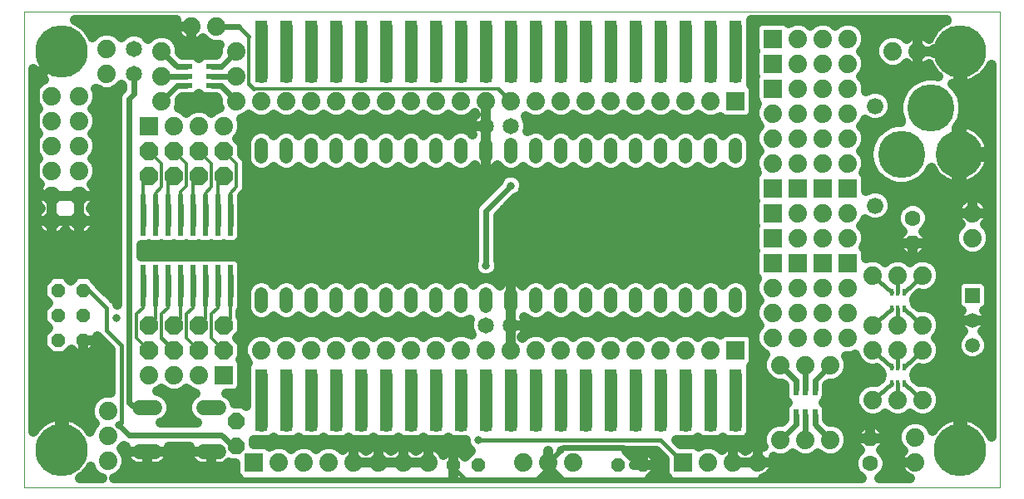
<source format=gtl>
G75*
G70*
%OFA0B0*%
%FSLAX24Y24*%
%IPPOS*%
%LPD*%
%AMOC8*
5,1,8,0,0,1.08239X$1,22.5*
%
%ADD10C,0.0000*%
%ADD11C,0.0520*%
%ADD12OC8,0.0660*%
%ADD13OC8,0.0560*%
%ADD14C,0.0600*%
%ADD15OC8,0.0520*%
%ADD16C,0.0660*%
%ADD17R,0.0594X0.0594*%
%ADD18C,0.0594*%
%ADD19OC8,0.0630*%
%ADD20C,0.0630*%
%ADD21C,0.1890*%
%ADD22C,0.0740*%
%ADD23C,0.2100*%
%ADD24R,0.0740X0.0740*%
%ADD25R,0.0236X0.0866*%
%ADD26OC8,0.0740*%
%ADD27R,0.0138X0.0315*%
%ADD28C,0.0500*%
%ADD29R,0.0515X0.0515*%
%ADD30R,0.0472X0.0217*%
%ADD31R,0.0217X0.0472*%
%ADD32C,0.0650*%
%ADD33C,0.0240*%
%ADD34C,0.0160*%
%ADD35C,0.0120*%
%ADD36C,0.0320*%
%ADD37C,0.0400*%
D10*
X000460Y000460D02*
X039560Y000460D01*
X039560Y019560D01*
X000460Y019560D01*
X000460Y000460D01*
D11*
X009960Y007700D02*
X009960Y008220D01*
X010960Y008220D02*
X010960Y007700D01*
X011960Y007700D02*
X011960Y008220D01*
X012960Y008220D02*
X012960Y007700D01*
X013960Y007700D02*
X013960Y008220D01*
X014960Y008220D02*
X014960Y007700D01*
X015960Y007700D02*
X015960Y008220D01*
X016960Y008220D02*
X016960Y007700D01*
X017960Y007700D02*
X017960Y008220D01*
X018960Y008220D02*
X018960Y007700D01*
X019960Y007700D02*
X019960Y008220D01*
X020960Y008220D02*
X020960Y007700D01*
X021960Y007700D02*
X021960Y008220D01*
X022960Y008220D02*
X022960Y007700D01*
X023960Y007700D02*
X023960Y008220D01*
X024960Y008220D02*
X024960Y007700D01*
X025960Y007700D02*
X025960Y008220D01*
X026960Y008220D02*
X026960Y007700D01*
X027960Y007700D02*
X027960Y008220D01*
X028960Y008220D02*
X028960Y007700D01*
X028960Y013700D02*
X028960Y014220D01*
X027960Y014220D02*
X027960Y013700D01*
X026960Y013700D02*
X026960Y014220D01*
X025960Y014220D02*
X025960Y013700D01*
X024960Y013700D02*
X024960Y014220D01*
X023960Y014220D02*
X023960Y013700D01*
X022960Y013700D02*
X022960Y014220D01*
X021960Y014220D02*
X021960Y013700D01*
X020960Y013700D02*
X020960Y014220D01*
X019960Y014220D02*
X019960Y013700D01*
X018960Y013700D02*
X018960Y014220D01*
X017960Y014220D02*
X017960Y013700D01*
X016960Y013700D02*
X016960Y014220D01*
X015960Y014220D02*
X015960Y013700D01*
X014960Y013700D02*
X014960Y014220D01*
X013960Y014220D02*
X013960Y013700D01*
X012960Y013700D02*
X012960Y014220D01*
X011960Y014220D02*
X011960Y013700D01*
X010960Y013700D02*
X010960Y014220D01*
X009960Y014220D02*
X009960Y013700D01*
D12*
X008960Y003110D03*
X008960Y002110D03*
D13*
X002810Y006360D03*
X001810Y006360D03*
X001810Y007360D03*
X002810Y007360D03*
X002810Y008360D03*
X001810Y008360D03*
D14*
X005080Y003650D02*
X005680Y003650D01*
X007640Y003650D02*
X008240Y003650D01*
X008240Y001870D02*
X007640Y001870D01*
X005680Y001870D02*
X005080Y001870D01*
D15*
X017660Y001360D03*
X018660Y001360D03*
X024260Y001360D03*
X025260Y001360D03*
D16*
X034560Y011760D03*
X034560Y015760D03*
D17*
X038460Y008160D03*
D18*
X038460Y007160D03*
X038460Y006160D03*
D19*
X034360Y002410D03*
X036060Y010260D03*
D20*
X036060Y011260D03*
X034360Y001410D03*
D21*
X035603Y013821D03*
X037925Y013821D03*
X036784Y015671D03*
D22*
X033460Y015460D03*
X032460Y015460D03*
X031460Y015460D03*
X030460Y015460D03*
X030460Y014460D03*
X031460Y014460D03*
X032460Y014460D03*
X033460Y014460D03*
X033460Y013460D03*
X032460Y013460D03*
X031460Y013460D03*
X030460Y013460D03*
X031460Y011460D03*
X032460Y011460D03*
X033460Y011460D03*
X033460Y010460D03*
X032460Y010460D03*
X031460Y010460D03*
X034460Y008960D03*
X035460Y008960D03*
X036460Y008960D03*
X038460Y010460D03*
X038460Y011460D03*
X033460Y008460D03*
X032460Y008460D03*
X031460Y008460D03*
X030460Y008460D03*
X030460Y007460D03*
X031460Y007460D03*
X032460Y007460D03*
X033460Y007460D03*
X034460Y006960D03*
X033460Y006460D03*
X032460Y006460D03*
X031460Y006460D03*
X030460Y006460D03*
X030760Y005360D03*
X031760Y005360D03*
X032760Y005360D03*
X034460Y005960D03*
X035460Y005960D03*
X036460Y005960D03*
X036460Y006960D03*
X035460Y006960D03*
X035460Y003960D03*
X036460Y003960D03*
X034460Y003960D03*
X036160Y002460D03*
X036160Y001460D03*
X032760Y002360D03*
X031760Y002360D03*
X030760Y002360D03*
X029860Y001460D03*
X028860Y001460D03*
X027860Y001460D03*
X022460Y001460D03*
X021460Y001460D03*
X020460Y001460D03*
X016660Y001460D03*
X015660Y001460D03*
X014660Y001460D03*
X013660Y001460D03*
X012660Y001460D03*
X011660Y001460D03*
X010660Y001460D03*
X003810Y001510D03*
X003810Y002510D03*
X003810Y003510D03*
X005460Y004960D03*
X006460Y004960D03*
X007460Y004960D03*
X009960Y005960D03*
X010960Y005960D03*
X011960Y005960D03*
X012960Y005960D03*
X013960Y005960D03*
X014960Y005960D03*
X015960Y005960D03*
X016960Y005960D03*
X017960Y005960D03*
X018960Y005960D03*
X019960Y005960D03*
X020960Y005960D03*
X021960Y005960D03*
X022960Y005960D03*
X023960Y005960D03*
X024960Y005960D03*
X025960Y005960D03*
X026960Y005960D03*
X027960Y005960D03*
X008460Y014960D03*
X007460Y014960D03*
X006460Y014960D03*
X005960Y015960D03*
X005960Y016960D03*
X005960Y017960D03*
X007160Y018960D03*
X008160Y018960D03*
X008960Y017960D03*
X008960Y016960D03*
X008960Y015960D03*
X009960Y015960D03*
X010960Y015960D03*
X011960Y015960D03*
X012960Y015960D03*
X013960Y015960D03*
X014960Y015960D03*
X015960Y015960D03*
X016960Y015960D03*
X017960Y015960D03*
X018960Y015960D03*
X019960Y015960D03*
X020960Y015960D03*
X021960Y015960D03*
X022960Y015960D03*
X023960Y015960D03*
X024960Y015960D03*
X025960Y015960D03*
X026960Y015960D03*
X027960Y015960D03*
X031460Y016460D03*
X032460Y016460D03*
X033460Y016460D03*
X033460Y017460D03*
X032460Y017460D03*
X031460Y017460D03*
X031460Y018460D03*
X032460Y018460D03*
X033460Y018460D03*
X035260Y017960D03*
X036260Y017960D03*
X003760Y018060D03*
X003760Y017060D03*
X002660Y016160D03*
X001560Y016160D03*
X001560Y015160D03*
X002660Y015160D03*
X002660Y014160D03*
X001560Y014160D03*
X001560Y013160D03*
X002660Y013160D03*
X002660Y012160D03*
X001560Y012160D03*
X001560Y011160D03*
X002660Y011160D03*
D23*
X001960Y017960D03*
X001960Y001960D03*
X037960Y001960D03*
X037960Y017960D03*
D24*
X030460Y017460D03*
X030460Y016460D03*
X028960Y015960D03*
X030460Y018460D03*
X030460Y012460D03*
X031460Y012460D03*
X032460Y012460D03*
X033460Y012460D03*
X030460Y011460D03*
X030460Y010460D03*
X030460Y009460D03*
X031460Y009460D03*
X032460Y009460D03*
X033460Y009460D03*
X028960Y005960D03*
X026860Y001460D03*
X009660Y001460D03*
X008460Y004960D03*
X005460Y014960D03*
D25*
X005210Y011771D03*
X005710Y011771D03*
X006210Y011771D03*
X006710Y011771D03*
X007210Y011771D03*
X007710Y011771D03*
X008210Y011771D03*
X008710Y011771D03*
X008710Y010984D03*
X008210Y010984D03*
X007710Y010984D03*
X007210Y010984D03*
X006710Y010984D03*
X006210Y010984D03*
X005710Y010984D03*
X005210Y010984D03*
X005210Y008936D03*
X005710Y008936D03*
X006210Y008936D03*
X006710Y008936D03*
X007210Y008936D03*
X007710Y008936D03*
X008210Y008936D03*
X008710Y008936D03*
X008710Y008149D03*
X008210Y008149D03*
X007710Y008149D03*
X007210Y008149D03*
X006710Y008149D03*
X006210Y008149D03*
X005710Y008149D03*
X005210Y008149D03*
D26*
X005460Y006960D03*
X006460Y006960D03*
X007460Y006960D03*
X008460Y006960D03*
X008460Y005960D03*
X007460Y005960D03*
X006460Y005960D03*
X005460Y005960D03*
X005460Y012960D03*
X006460Y012960D03*
X007460Y012960D03*
X008460Y012960D03*
X008460Y013960D03*
X007460Y013960D03*
X006460Y013960D03*
X005460Y013960D03*
D27*
X035204Y008295D03*
X035460Y008295D03*
X035716Y008295D03*
X035716Y007625D03*
X035460Y007625D03*
X035204Y007625D03*
X035204Y005295D03*
X035460Y005295D03*
X035716Y005295D03*
X035716Y004625D03*
X035460Y004625D03*
X035204Y004625D03*
D28*
X028960Y004960D02*
X028960Y002960D01*
X027960Y002960D02*
X027960Y004960D01*
X026960Y004960D02*
X026960Y002960D01*
X025960Y002960D02*
X025960Y004960D01*
X024960Y004960D02*
X024960Y002960D01*
X023960Y002960D02*
X023960Y004960D01*
X022960Y004960D02*
X022960Y002960D01*
X021960Y002960D02*
X021960Y004960D01*
X020960Y004960D02*
X020960Y002960D01*
X019960Y002960D02*
X019960Y004960D01*
X018960Y004960D02*
X018960Y002960D01*
X017960Y002960D02*
X017960Y004960D01*
X016960Y004960D02*
X016960Y002960D01*
X015960Y002960D02*
X015960Y004960D01*
X014960Y004960D02*
X014960Y002960D01*
X013960Y002960D02*
X013960Y004960D01*
X012960Y004960D02*
X012960Y002960D01*
X011960Y002960D02*
X011960Y004960D01*
X010960Y004960D02*
X010960Y002960D01*
X009960Y002960D02*
X009960Y004960D01*
X009960Y016960D02*
X009960Y018960D01*
X010960Y018960D02*
X010960Y016960D01*
X011960Y016960D02*
X011960Y018960D01*
X012960Y018960D02*
X012960Y016960D01*
X013960Y016960D02*
X013960Y018960D01*
X014960Y018960D02*
X014960Y016960D01*
X015960Y016960D02*
X015960Y018960D01*
X016960Y018960D02*
X016960Y016960D01*
X017960Y016960D02*
X017960Y018960D01*
X018960Y018960D02*
X018960Y016960D01*
X019960Y016960D02*
X019960Y018960D01*
X020960Y018960D02*
X020960Y016960D01*
X021960Y016960D02*
X021960Y018960D01*
X022960Y018960D02*
X022960Y016960D01*
X023960Y016960D02*
X023960Y018960D01*
X024960Y018960D02*
X024960Y016960D01*
X025960Y016960D02*
X025960Y018960D01*
X026960Y018960D02*
X026960Y016960D01*
X027960Y016960D02*
X027960Y018960D01*
X028960Y018960D02*
X028960Y016960D01*
X001960Y017960D02*
X001060Y017060D01*
D29*
X009960Y016960D03*
X010960Y016960D03*
X011960Y016960D03*
X012960Y016960D03*
X013960Y016960D03*
X014960Y016960D03*
X015960Y016960D03*
X016960Y016960D03*
X017960Y016960D03*
X018960Y016960D03*
X019960Y016960D03*
X020960Y016960D03*
X021960Y016960D03*
X022960Y016960D03*
X023960Y016960D03*
X024960Y016960D03*
X025960Y016960D03*
X026960Y016960D03*
X027960Y016960D03*
X028960Y016960D03*
X028960Y017960D03*
X027960Y017960D03*
X026960Y017960D03*
X025960Y017960D03*
X024960Y017960D03*
X023960Y017960D03*
X022960Y017960D03*
X021960Y017960D03*
X020960Y017960D03*
X019960Y017960D03*
X018960Y017960D03*
X017960Y017960D03*
X016960Y017960D03*
X015960Y017960D03*
X014960Y017960D03*
X013960Y017960D03*
X012960Y017960D03*
X011960Y017960D03*
X010960Y017960D03*
X009960Y017960D03*
X009960Y018960D03*
X010960Y018960D03*
X011960Y018960D03*
X012960Y018960D03*
X013960Y018960D03*
X014960Y018960D03*
X015960Y018960D03*
X016960Y018960D03*
X017960Y018960D03*
X018960Y018960D03*
X019960Y018960D03*
X020960Y018960D03*
X021960Y018960D03*
X022960Y018960D03*
X023960Y018960D03*
X024960Y018960D03*
X025960Y018960D03*
X026960Y018960D03*
X027960Y018960D03*
X028960Y018960D03*
X028960Y004960D03*
X027960Y004960D03*
X026960Y004960D03*
X025960Y004960D03*
X024960Y004960D03*
X023960Y004960D03*
X022960Y004960D03*
X021960Y004960D03*
X020960Y004960D03*
X019960Y004960D03*
X018960Y004960D03*
X017960Y004960D03*
X016960Y004960D03*
X015960Y004960D03*
X014960Y004960D03*
X013960Y004960D03*
X012960Y004960D03*
X011960Y004960D03*
X010960Y004960D03*
X009960Y004960D03*
X009960Y003960D03*
X010960Y003960D03*
X011960Y003960D03*
X012960Y003960D03*
X013960Y003960D03*
X014960Y003960D03*
X015960Y003960D03*
X016960Y003960D03*
X017960Y003960D03*
X018960Y003960D03*
X019960Y003960D03*
X020960Y003960D03*
X021960Y003960D03*
X022960Y003960D03*
X023960Y003960D03*
X024960Y003960D03*
X025960Y003960D03*
X026960Y003960D03*
X027960Y003960D03*
X028960Y003960D03*
X028960Y002960D03*
X027960Y002960D03*
X026960Y002960D03*
X025960Y002960D03*
X024960Y002960D03*
X023960Y002960D03*
X022960Y002960D03*
X021960Y002960D03*
X020960Y002960D03*
X019960Y002960D03*
X018960Y002960D03*
X017960Y002960D03*
X016960Y002960D03*
X015960Y002960D03*
X014960Y002960D03*
X013960Y002960D03*
X012960Y002960D03*
X011960Y002960D03*
X010960Y002960D03*
X009960Y002960D03*
D30*
X007972Y016586D03*
X007972Y016960D03*
X007972Y017334D03*
X006948Y017334D03*
X006948Y016960D03*
X006948Y016586D03*
D31*
X031386Y004372D03*
X031760Y004372D03*
X032134Y004372D03*
X032134Y003348D03*
X031760Y003348D03*
X031386Y003348D03*
D32*
X019960Y006960D03*
X018960Y006960D03*
X018960Y014960D03*
X019960Y014960D03*
X004860Y017060D03*
X004860Y018060D03*
D33*
X005960Y017960D02*
X006586Y017334D01*
X006948Y017334D01*
X006948Y016960D02*
X005960Y016960D01*
X006586Y016586D02*
X005960Y015960D01*
X006586Y016586D02*
X006948Y016586D01*
X007972Y016586D02*
X008334Y016586D01*
X008960Y015960D01*
X008960Y016960D02*
X007972Y016960D01*
X007972Y017334D02*
X008334Y017334D01*
X008960Y017960D01*
X009060Y018960D02*
X008160Y018960D01*
X004860Y017060D02*
X004860Y016260D01*
X004660Y016060D01*
X004660Y003860D01*
X004810Y003710D01*
X005120Y003710D01*
X005380Y003650D01*
X004660Y002560D02*
X004260Y002960D01*
X004660Y002560D02*
X008360Y002560D01*
X008810Y002110D01*
X008960Y002110D01*
X008960Y000760D02*
X030560Y000760D01*
X030760Y000960D01*
X030760Y002360D02*
X031386Y002986D01*
X031386Y003348D01*
X031760Y003348D02*
X031760Y002360D01*
X032134Y002986D02*
X032760Y002360D01*
X032134Y002986D02*
X032134Y003348D01*
X032134Y004372D02*
X032134Y004734D01*
X032760Y005360D01*
X031760Y005360D02*
X031760Y004372D01*
X031386Y004372D02*
X031386Y004734D01*
X030760Y005360D01*
X025160Y001360D02*
X024460Y002060D01*
X022060Y002060D01*
X021960Y001960D01*
X021460Y001460D01*
X021460Y001360D02*
X021460Y001560D01*
X021460Y001360D02*
X022060Y000760D01*
X021860Y000760D01*
X021660Y000960D01*
X021360Y000960D01*
X021260Y000860D01*
X021360Y001160D02*
X021360Y001260D01*
X021860Y000760D02*
X017860Y000760D01*
X022060Y000760D02*
X025460Y000760D01*
X025860Y001160D01*
X025860Y000860D01*
X025760Y000760D01*
X025260Y001360D02*
X025160Y001360D01*
X018960Y009360D02*
X018960Y011560D01*
X019960Y012560D01*
X008710Y011771D02*
X008710Y010984D01*
X008210Y010984D02*
X008210Y011771D01*
X007710Y011771D02*
X007710Y010984D01*
X007210Y010984D02*
X007210Y011771D01*
X006710Y011771D02*
X006710Y010984D01*
X006210Y010984D02*
X006210Y011771D01*
X005710Y011771D02*
X005710Y010984D01*
X005210Y010984D02*
X005210Y011771D01*
X001560Y012160D02*
X001360Y012160D01*
X000960Y012560D01*
X000960Y016960D01*
X001060Y017060D01*
X005210Y008936D02*
X005210Y008149D01*
X005710Y008149D02*
X005710Y008936D01*
X006210Y008936D02*
X006210Y008149D01*
X006710Y008149D02*
X006710Y008936D01*
X007210Y008936D02*
X007210Y008149D01*
X007710Y008149D02*
X007710Y008936D01*
X008210Y008936D02*
X008210Y008149D01*
X008710Y008149D02*
X008710Y008936D01*
D34*
X005960Y006460D02*
X006460Y005960D01*
X004360Y006160D02*
X003760Y006760D01*
X003760Y007660D01*
X003060Y008360D01*
X002810Y008360D01*
X004360Y006160D02*
X004360Y003060D01*
X004260Y002960D01*
X017660Y001360D02*
X017660Y001260D01*
X018160Y000760D01*
X020960Y000760D01*
X021360Y001160D01*
X021360Y001260D02*
X021460Y001360D01*
X021460Y001460D01*
X018660Y002360D02*
X025960Y002360D01*
X026860Y001460D01*
X034460Y003960D02*
X035204Y004625D01*
X035460Y004625D02*
X035460Y003960D01*
X035716Y004625D02*
X036460Y003960D01*
X035716Y005295D02*
X036460Y005960D01*
X035460Y005960D02*
X035460Y005295D01*
X035204Y005295D02*
X034460Y005960D01*
X034460Y006960D02*
X035204Y007625D01*
X035460Y007625D02*
X035460Y006960D01*
X035716Y007625D02*
X036460Y006960D01*
X035716Y008295D02*
X036460Y008960D01*
X035460Y008960D02*
X035460Y008295D01*
X035204Y008295D02*
X034460Y008960D01*
X019960Y015960D02*
X019460Y016460D01*
X009660Y016460D02*
X009460Y016660D01*
X009460Y018560D02*
X009060Y018960D01*
D35*
X009460Y018560D02*
X009460Y016660D01*
X009660Y016460D02*
X019460Y016460D01*
X008960Y013460D02*
X008960Y012510D01*
X008710Y012260D01*
X008710Y011771D01*
X008210Y011771D02*
X008210Y012710D01*
X008460Y012960D01*
X007960Y012510D02*
X007710Y012260D01*
X007710Y011771D01*
X007210Y011771D02*
X007210Y012710D01*
X007460Y012960D01*
X006960Y012560D02*
X006710Y012310D01*
X006710Y011771D01*
X006210Y011771D02*
X006210Y012710D01*
X006460Y012960D01*
X006960Y012560D02*
X006960Y013460D01*
X006460Y013960D01*
X005960Y013460D02*
X005460Y013960D01*
X005960Y013460D02*
X005960Y012510D01*
X005710Y012260D01*
X005710Y011771D01*
X005210Y011771D02*
X005210Y012710D01*
X005460Y012960D01*
X007460Y013960D02*
X007960Y013460D01*
X007960Y012510D01*
X008960Y013460D02*
X008460Y013960D01*
X008210Y008149D02*
X008210Y007660D01*
X007960Y007410D01*
X007960Y006460D01*
X008460Y005960D01*
X007460Y005960D02*
X006960Y006460D01*
X006960Y007410D01*
X007210Y007660D01*
X007210Y008149D01*
X006710Y008149D02*
X006710Y007210D01*
X006460Y006960D01*
X005960Y007410D02*
X005960Y006460D01*
X005460Y006960D02*
X005710Y007210D01*
X005710Y008149D01*
X005210Y008149D02*
X005210Y007660D01*
X004960Y007410D01*
X004960Y006460D01*
X005460Y005960D01*
X007460Y006960D02*
X007710Y007210D01*
X007710Y008149D01*
X008710Y008149D02*
X008710Y007210D01*
X008460Y006960D01*
X006210Y007660D02*
X006210Y008149D01*
X006210Y007660D02*
X005960Y007410D01*
D36*
X004160Y007260D03*
X003660Y008860D03*
X001260Y010160D03*
X003660Y011160D03*
X010160Y012960D03*
X009260Y014860D03*
X007460Y015960D03*
X003760Y015760D03*
X000960Y015660D03*
X007660Y017960D03*
X014360Y012960D03*
X017560Y012860D03*
X019960Y012560D03*
X023660Y011860D03*
X020960Y009860D03*
X018960Y009360D03*
X017960Y010160D03*
X012560Y011060D03*
X009260Y006960D03*
X009260Y004560D03*
X006660Y003060D03*
X004260Y002960D03*
X002360Y003960D03*
X003160Y005460D03*
X008360Y001260D03*
X003260Y000860D03*
X018660Y002360D03*
X021960Y001960D03*
X025960Y001460D03*
X030460Y003760D03*
X034360Y004960D03*
X037160Y005360D03*
X038760Y003760D03*
X035060Y002860D03*
X031760Y001360D03*
X036460Y007960D03*
X029060Y009760D03*
X029060Y012460D03*
X026460Y014760D03*
X029660Y014960D03*
X036760Y012660D03*
X038760Y016360D03*
X021460Y014760D03*
D37*
X021609Y014746D02*
X021460Y014597D01*
X021311Y014746D01*
X021083Y014840D01*
X020837Y014840D01*
X020613Y014748D01*
X020645Y014824D01*
X020645Y015096D01*
X020541Y015346D01*
X020546Y015341D01*
X020815Y015230D01*
X021105Y015230D01*
X021374Y015341D01*
X021460Y015428D01*
X021546Y015341D01*
X021815Y015230D01*
X022105Y015230D01*
X022374Y015341D01*
X022460Y015428D01*
X022546Y015341D01*
X022815Y015230D01*
X023105Y015230D01*
X023374Y015341D01*
X023460Y015428D01*
X023546Y015341D01*
X023815Y015230D01*
X024105Y015230D01*
X024374Y015341D01*
X024460Y015428D01*
X024546Y015341D01*
X024815Y015230D01*
X025105Y015230D01*
X025374Y015341D01*
X025460Y015428D01*
X025546Y015341D01*
X025815Y015230D01*
X026105Y015230D01*
X026374Y015341D01*
X026460Y015428D01*
X026546Y015341D01*
X026815Y015230D01*
X027105Y015230D01*
X027374Y015341D01*
X027460Y015428D01*
X027546Y015341D01*
X027815Y015230D01*
X028105Y015230D01*
X028343Y015328D01*
X028386Y015285D01*
X028518Y015230D01*
X029402Y015230D01*
X029534Y015285D01*
X029635Y015386D01*
X029690Y015518D01*
X029690Y016402D01*
X029635Y016534D01*
X029566Y016603D01*
X029577Y016631D01*
X029577Y017289D01*
X029570Y017307D01*
X029570Y017613D01*
X029577Y017631D01*
X029577Y018289D01*
X029570Y018307D01*
X029570Y018613D01*
X029577Y018631D01*
X029577Y019200D01*
X037426Y019200D01*
X037382Y019182D01*
X037265Y019119D01*
X037155Y019046D01*
X037052Y018961D01*
X036959Y018868D01*
X036874Y018765D01*
X036801Y018655D01*
X036738Y018538D01*
X036706Y018461D01*
X036703Y018465D01*
X036633Y018518D01*
X036557Y018562D01*
X036476Y018596D01*
X036391Y018619D01*
X036304Y018630D01*
X036260Y018630D01*
X036260Y017960D01*
X036260Y017960D01*
X036930Y017960D01*
X036930Y018004D01*
X036926Y018036D01*
X037884Y018036D01*
X037884Y017884D01*
X038036Y017884D01*
X038036Y016611D01*
X038158Y016623D01*
X038288Y016649D01*
X038415Y016687D01*
X038538Y016738D01*
X038655Y016801D01*
X038765Y016874D01*
X038868Y016959D01*
X038961Y017052D01*
X039046Y017155D01*
X039119Y017265D01*
X039182Y017382D01*
X039200Y017426D01*
X039200Y002494D01*
X039182Y002538D01*
X039119Y002655D01*
X039046Y002765D01*
X038961Y002868D01*
X038868Y002961D01*
X038765Y003046D01*
X038655Y003119D01*
X038538Y003182D01*
X038415Y003233D01*
X038288Y003271D01*
X038158Y003297D01*
X038036Y003309D01*
X038036Y002036D01*
X037884Y002036D01*
X037884Y003309D01*
X037762Y003297D01*
X037632Y003271D01*
X037505Y003233D01*
X037382Y003182D01*
X037265Y003119D01*
X037155Y003046D01*
X037052Y002961D01*
X036959Y002868D01*
X036874Y002765D01*
X036843Y002718D01*
X036779Y002874D01*
X036574Y003079D01*
X036305Y003190D01*
X036015Y003190D01*
X035746Y003079D01*
X035541Y002874D01*
X035430Y002605D01*
X035430Y002315D01*
X035541Y002046D01*
X035670Y001918D01*
X035655Y001903D01*
X035602Y001833D01*
X035558Y001757D01*
X035524Y001676D01*
X035501Y001591D01*
X035490Y001504D01*
X035490Y001460D01*
X036160Y001460D01*
X036160Y001460D01*
X035490Y001460D01*
X035490Y001416D01*
X035501Y001329D01*
X035524Y001244D01*
X035558Y001163D01*
X035602Y001087D01*
X035655Y001017D01*
X035717Y000955D01*
X035787Y000902D01*
X035863Y000858D01*
X035944Y000824D01*
X035960Y000820D01*
X034699Y000820D01*
X034742Y000838D01*
X034932Y001028D01*
X035035Y001276D01*
X035035Y001544D01*
X034932Y001792D01*
X034772Y001952D01*
X034975Y002155D01*
X034975Y002410D01*
X034975Y002665D01*
X034615Y003025D01*
X034360Y003025D01*
X034360Y002410D01*
X034360Y002410D01*
X034975Y002410D01*
X034360Y002410D01*
X034360Y002410D01*
X034360Y002410D01*
X033745Y002410D01*
X033745Y002665D01*
X034105Y003025D01*
X034360Y003025D01*
X034360Y002410D01*
X033745Y002410D01*
X033745Y002155D01*
X033948Y001952D01*
X033788Y001792D01*
X033685Y001544D01*
X033685Y001276D01*
X033788Y001028D01*
X033978Y000838D01*
X034021Y000820D01*
X030060Y000820D01*
X030076Y000824D01*
X030157Y000858D01*
X030233Y000902D01*
X030303Y000955D01*
X030365Y001017D01*
X030418Y001087D01*
X030462Y001163D01*
X030496Y001244D01*
X030519Y001329D01*
X030530Y001416D01*
X030530Y001460D01*
X030530Y001504D01*
X030519Y001591D01*
X030496Y001676D01*
X030494Y001680D01*
X030615Y001630D01*
X030905Y001630D01*
X031174Y001741D01*
X031260Y001828D01*
X031346Y001741D01*
X031615Y001630D01*
X031905Y001630D01*
X032174Y001741D01*
X032260Y001828D01*
X032346Y001741D01*
X032615Y001630D01*
X032905Y001630D01*
X033174Y001741D01*
X033379Y001946D01*
X033490Y002215D01*
X033490Y002505D01*
X033379Y002774D01*
X033174Y002979D01*
X032905Y003090D01*
X032709Y003090D01*
X032614Y003185D01*
X032614Y003444D01*
X032602Y003472D01*
X032602Y003656D01*
X032547Y003788D01*
X032476Y003860D01*
X032547Y003932D01*
X032602Y004064D01*
X032602Y004248D01*
X032614Y004276D01*
X032614Y004535D01*
X032709Y004630D01*
X032905Y004630D01*
X033174Y004741D01*
X033379Y004946D01*
X033490Y005215D01*
X033490Y005505D01*
X033397Y005730D01*
X033605Y005730D01*
X033742Y005787D01*
X033841Y005546D01*
X034046Y005341D01*
X034315Y005230D01*
X034605Y005230D01*
X034613Y005233D01*
X034775Y005088D01*
X034775Y005066D01*
X034819Y004960D01*
X034775Y004854D01*
X034775Y004832D01*
X034613Y004687D01*
X034605Y004690D01*
X034315Y004690D01*
X034046Y004579D01*
X033841Y004374D01*
X033730Y004105D01*
X033730Y003815D01*
X033841Y003546D01*
X034046Y003341D01*
X034315Y003230D01*
X034605Y003230D01*
X034874Y003341D01*
X034960Y003428D01*
X035046Y003341D01*
X035315Y003230D01*
X035605Y003230D01*
X035874Y003341D01*
X035960Y003428D01*
X036046Y003341D01*
X036315Y003230D01*
X036605Y003230D01*
X036874Y003341D01*
X037079Y003546D01*
X037190Y003815D01*
X037190Y004105D01*
X037079Y004374D01*
X036874Y004579D01*
X036605Y004690D01*
X036315Y004690D01*
X036307Y004687D01*
X036145Y004832D01*
X036145Y004854D01*
X036101Y004960D01*
X036145Y005066D01*
X036145Y005088D01*
X036307Y005233D01*
X036315Y005230D01*
X036605Y005230D01*
X036874Y005341D01*
X037079Y005546D01*
X037190Y005815D01*
X037190Y006105D01*
X037079Y006374D01*
X036992Y006460D01*
X037079Y006546D01*
X037190Y006815D01*
X037190Y007105D01*
X037079Y007374D01*
X036874Y007579D01*
X036605Y007690D01*
X036315Y007690D01*
X036307Y007687D01*
X036145Y007832D01*
X036145Y007854D01*
X036101Y007960D01*
X036145Y008066D01*
X036145Y008088D01*
X036307Y008233D01*
X036315Y008230D01*
X036605Y008230D01*
X036874Y008341D01*
X037079Y008546D01*
X037190Y008815D01*
X037190Y009105D01*
X037079Y009374D01*
X036874Y009579D01*
X036605Y009690D01*
X036360Y009690D01*
X036675Y010005D01*
X036675Y010260D01*
X036675Y010515D01*
X036472Y010718D01*
X036632Y010878D01*
X036735Y011126D01*
X036735Y011394D01*
X036632Y011642D01*
X036442Y011832D01*
X036194Y011935D01*
X035926Y011935D01*
X035678Y011832D01*
X035488Y011642D01*
X035385Y011394D01*
X035385Y011126D01*
X035488Y010878D01*
X035648Y010718D01*
X035445Y010515D01*
X035445Y010260D01*
X036060Y010260D01*
X036675Y010260D01*
X036060Y010260D01*
X036060Y010260D01*
X036060Y009645D01*
X036206Y009645D01*
X036046Y009579D01*
X035960Y009492D01*
X035874Y009579D01*
X035605Y009690D01*
X035315Y009690D01*
X035046Y009579D01*
X034960Y009492D01*
X034874Y009579D01*
X034605Y009690D01*
X034315Y009690D01*
X034190Y009638D01*
X034190Y009902D01*
X034135Y010034D01*
X034092Y010077D01*
X034190Y010315D01*
X034190Y010605D01*
X034079Y010874D01*
X033992Y010960D01*
X034079Y011046D01*
X034143Y011201D01*
X034169Y011175D01*
X034423Y011070D01*
X034697Y011070D01*
X034951Y011175D01*
X035145Y011369D01*
X035250Y011623D01*
X035250Y011897D01*
X035145Y012151D01*
X034951Y012345D01*
X034697Y012450D01*
X034423Y012450D01*
X034190Y012354D01*
X034190Y012902D01*
X034135Y013034D01*
X034092Y013077D01*
X034190Y013315D01*
X034190Y013605D01*
X034079Y013874D01*
X033992Y013960D01*
X034079Y014046D01*
X034190Y014315D01*
X034190Y014605D01*
X034079Y014874D01*
X033992Y014960D01*
X034079Y015046D01*
X034143Y015201D01*
X034169Y015175D01*
X034423Y015070D01*
X034697Y015070D01*
X034951Y015175D01*
X035145Y015369D01*
X035250Y015623D01*
X035250Y015897D01*
X035145Y016151D01*
X034951Y016345D01*
X034697Y016450D01*
X034423Y016450D01*
X034190Y016354D01*
X034190Y016605D01*
X034079Y016874D01*
X033992Y016960D01*
X034079Y017046D01*
X034190Y017315D01*
X034190Y017605D01*
X034079Y017874D01*
X033992Y017960D01*
X034079Y018046D01*
X034190Y018315D01*
X034190Y018605D01*
X034079Y018874D01*
X033874Y019079D01*
X033605Y019190D01*
X033315Y019190D01*
X033046Y019079D01*
X032960Y018992D01*
X032874Y019079D01*
X032605Y019190D01*
X032315Y019190D01*
X032046Y019079D01*
X031960Y018992D01*
X031874Y019079D01*
X031605Y019190D01*
X031315Y019190D01*
X031077Y019092D01*
X031034Y019135D01*
X030902Y019190D01*
X030018Y019190D01*
X029886Y019135D01*
X029785Y019034D01*
X029730Y018902D01*
X029730Y018018D01*
X029754Y017960D01*
X029730Y017902D01*
X029730Y017018D01*
X029754Y016960D01*
X029730Y016902D01*
X029730Y016018D01*
X029785Y015886D01*
X029828Y015843D01*
X029730Y015605D01*
X029730Y015315D01*
X029841Y015046D01*
X029928Y014960D01*
X029841Y014874D01*
X029730Y014605D01*
X029730Y014315D01*
X029841Y014046D01*
X029928Y013960D01*
X029841Y013874D01*
X029730Y013605D01*
X029730Y013315D01*
X029828Y013077D01*
X029785Y013034D01*
X029730Y012902D01*
X029730Y012018D01*
X029754Y011960D01*
X029730Y011902D01*
X029730Y011018D01*
X029754Y010960D01*
X029730Y010902D01*
X029730Y010018D01*
X029754Y009960D01*
X029730Y009902D01*
X029730Y009018D01*
X029785Y008886D01*
X029828Y008843D01*
X029730Y008605D01*
X029730Y008315D01*
X029841Y008046D01*
X029928Y007960D01*
X029841Y007874D01*
X029730Y007605D01*
X029730Y007315D01*
X029841Y007046D01*
X029928Y006960D01*
X029841Y006874D01*
X029730Y006605D01*
X029730Y006315D01*
X029841Y006046D01*
X030046Y005841D01*
X030161Y005794D01*
X030141Y005774D01*
X030030Y005505D01*
X030030Y005215D01*
X030141Y004946D01*
X030346Y004741D01*
X030615Y004630D01*
X030811Y004630D01*
X030906Y004535D01*
X030906Y004276D01*
X030918Y004248D01*
X030918Y004064D01*
X030973Y003932D01*
X031044Y003860D01*
X030973Y003788D01*
X030918Y003656D01*
X030918Y003472D01*
X030906Y003444D01*
X030906Y003185D01*
X030811Y003090D01*
X030615Y003090D01*
X030346Y002979D01*
X030141Y002774D01*
X030030Y002505D01*
X030030Y002215D01*
X030080Y002094D01*
X030076Y002096D01*
X029991Y002119D01*
X029904Y002130D01*
X029860Y002130D01*
X029860Y001460D01*
X029860Y001460D01*
X030530Y001460D01*
X029860Y001460D01*
X029860Y001460D01*
X029860Y002130D01*
X029816Y002130D01*
X029729Y002119D01*
X029644Y002096D01*
X029563Y002062D01*
X029487Y002018D01*
X029417Y001965D01*
X029360Y001908D01*
X029303Y001965D01*
X029233Y002018D01*
X029157Y002062D01*
X029076Y002096D01*
X028991Y002119D01*
X028904Y002130D01*
X028860Y002130D01*
X028860Y001460D01*
X028860Y001460D01*
X029860Y001460D01*
X029860Y001460D01*
X029190Y001460D01*
X028860Y001460D01*
X028860Y001460D01*
X028860Y002130D01*
X028816Y002130D01*
X028729Y002119D01*
X028644Y002096D01*
X028563Y002062D01*
X028487Y002018D01*
X028417Y001965D01*
X028402Y001950D01*
X028274Y002079D01*
X028005Y002190D01*
X027715Y002190D01*
X027477Y002092D01*
X027434Y002135D01*
X027302Y002190D01*
X026752Y002190D01*
X026578Y002365D01*
X026631Y002343D01*
X027289Y002343D01*
X027421Y002397D01*
X027460Y002436D01*
X027499Y002397D01*
X027631Y002343D01*
X028289Y002343D01*
X028421Y002397D01*
X028460Y002436D01*
X028499Y002397D01*
X028631Y002343D01*
X029289Y002343D01*
X029421Y002397D01*
X029523Y002499D01*
X029577Y002631D01*
X029577Y003289D01*
X029570Y003307D01*
X029570Y003613D01*
X029577Y003631D01*
X029577Y004289D01*
X029570Y004307D01*
X029570Y004613D01*
X029577Y004631D01*
X029577Y005289D01*
X029566Y005317D01*
X029635Y005386D01*
X029690Y005518D01*
X029690Y006402D01*
X029635Y006534D01*
X029534Y006635D01*
X029402Y006690D01*
X028518Y006690D01*
X028386Y006635D01*
X028343Y006592D01*
X028105Y006690D01*
X027815Y006690D01*
X027546Y006579D01*
X027460Y006492D01*
X027374Y006579D01*
X027105Y006690D01*
X026815Y006690D01*
X026546Y006579D01*
X026460Y006492D01*
X026374Y006579D01*
X026105Y006690D01*
X025815Y006690D01*
X025546Y006579D01*
X025460Y006492D01*
X025374Y006579D01*
X025105Y006690D01*
X024815Y006690D01*
X024546Y006579D01*
X024460Y006492D01*
X024374Y006579D01*
X024105Y006690D01*
X023815Y006690D01*
X023546Y006579D01*
X023460Y006492D01*
X023374Y006579D01*
X023105Y006690D01*
X022815Y006690D01*
X022546Y006579D01*
X022460Y006492D01*
X022374Y006579D01*
X022105Y006690D01*
X021815Y006690D01*
X021546Y006579D01*
X021460Y006492D01*
X021374Y006579D01*
X021105Y006690D01*
X020815Y006690D01*
X020546Y006579D01*
X020418Y006450D01*
X020403Y006465D01*
X020372Y006488D01*
X020437Y006553D01*
X020495Y006632D01*
X020539Y006720D01*
X020570Y006814D01*
X020585Y006911D01*
X020585Y006960D01*
X020585Y007009D01*
X020570Y007106D01*
X020539Y007200D01*
X020495Y007288D01*
X020492Y007291D01*
X020609Y007174D01*
X020837Y007080D01*
X021083Y007080D01*
X021311Y007174D01*
X021460Y007323D01*
X021609Y007174D01*
X021837Y007080D01*
X022083Y007080D01*
X022311Y007174D01*
X022460Y007323D01*
X022609Y007174D01*
X022837Y007080D01*
X023083Y007080D01*
X023311Y007174D01*
X023460Y007323D01*
X023609Y007174D01*
X023837Y007080D01*
X024083Y007080D01*
X024311Y007174D01*
X024460Y007323D01*
X024609Y007174D01*
X024837Y007080D01*
X025083Y007080D01*
X025311Y007174D01*
X025460Y007323D01*
X025609Y007174D01*
X025837Y007080D01*
X026083Y007080D01*
X026311Y007174D01*
X026460Y007323D01*
X026609Y007174D01*
X026837Y007080D01*
X027083Y007080D01*
X027311Y007174D01*
X027460Y007323D01*
X027609Y007174D01*
X027837Y007080D01*
X028083Y007080D01*
X028311Y007174D01*
X028460Y007323D01*
X028609Y007174D01*
X028837Y007080D01*
X029083Y007080D01*
X029311Y007174D01*
X029486Y007349D01*
X029580Y007577D01*
X029580Y008343D01*
X029486Y008571D01*
X029311Y008746D01*
X029083Y008840D01*
X028837Y008840D01*
X028609Y008746D01*
X028460Y008597D01*
X028311Y008746D01*
X028083Y008840D01*
X027837Y008840D01*
X027609Y008746D01*
X027460Y008597D01*
X027311Y008746D01*
X027083Y008840D01*
X026837Y008840D01*
X026609Y008746D01*
X026460Y008597D01*
X026311Y008746D01*
X026083Y008840D01*
X025837Y008840D01*
X025609Y008746D01*
X025460Y008597D01*
X025311Y008746D01*
X025083Y008840D01*
X024837Y008840D01*
X024609Y008746D01*
X024460Y008597D01*
X024311Y008746D01*
X024083Y008840D01*
X023837Y008840D01*
X023609Y008746D01*
X023460Y008597D01*
X023311Y008746D01*
X023083Y008840D01*
X022837Y008840D01*
X022609Y008746D01*
X022460Y008597D01*
X022311Y008746D01*
X022083Y008840D01*
X021837Y008840D01*
X021609Y008746D01*
X021460Y008597D01*
X021311Y008746D01*
X021083Y008840D01*
X020837Y008840D01*
X020609Y008746D01*
X020434Y008571D01*
X020421Y008538D01*
X020387Y008585D01*
X020325Y008647D01*
X020254Y008699D01*
X020175Y008739D01*
X020091Y008766D01*
X020004Y008780D01*
X019960Y008780D01*
X019960Y007960D01*
X019960Y007960D01*
X019960Y008780D01*
X019916Y008780D01*
X019829Y008766D01*
X019745Y008739D01*
X019666Y008699D01*
X019595Y008647D01*
X019533Y008585D01*
X019499Y008538D01*
X019486Y008571D01*
X019311Y008746D01*
X019083Y008840D01*
X018837Y008840D01*
X018609Y008746D01*
X018460Y008597D01*
X018311Y008746D01*
X018083Y008840D01*
X017837Y008840D01*
X017609Y008746D01*
X017460Y008597D01*
X017311Y008746D01*
X017083Y008840D01*
X016837Y008840D01*
X016609Y008746D01*
X016460Y008597D01*
X016311Y008746D01*
X016083Y008840D01*
X015837Y008840D01*
X015609Y008746D01*
X015460Y008597D01*
X015311Y008746D01*
X015083Y008840D01*
X014837Y008840D01*
X014609Y008746D01*
X014460Y008597D01*
X014311Y008746D01*
X014083Y008840D01*
X013837Y008840D01*
X013609Y008746D01*
X013460Y008597D01*
X013311Y008746D01*
X013083Y008840D01*
X012837Y008840D01*
X012609Y008746D01*
X012460Y008597D01*
X012311Y008746D01*
X012083Y008840D01*
X011837Y008840D01*
X011609Y008746D01*
X011460Y008597D01*
X011311Y008746D01*
X011083Y008840D01*
X010837Y008840D01*
X010609Y008746D01*
X010460Y008597D01*
X010311Y008746D01*
X010083Y008840D01*
X009837Y008840D01*
X009609Y008746D01*
X009434Y008571D01*
X009340Y008343D01*
X009340Y007577D01*
X009434Y007349D01*
X009609Y007174D01*
X009837Y007080D01*
X010083Y007080D01*
X010311Y007174D01*
X010460Y007323D01*
X010609Y007174D01*
X010837Y007080D01*
X011083Y007080D01*
X011311Y007174D01*
X011460Y007323D01*
X011609Y007174D01*
X011837Y007080D01*
X012083Y007080D01*
X012311Y007174D01*
X012460Y007323D01*
X012609Y007174D01*
X012837Y007080D01*
X013083Y007080D01*
X013311Y007174D01*
X013460Y007323D01*
X013609Y007174D01*
X013837Y007080D01*
X014083Y007080D01*
X014311Y007174D01*
X014460Y007323D01*
X014609Y007174D01*
X014837Y007080D01*
X015083Y007080D01*
X015311Y007174D01*
X015460Y007323D01*
X015609Y007174D01*
X015837Y007080D01*
X016083Y007080D01*
X016311Y007174D01*
X016460Y007323D01*
X016609Y007174D01*
X016837Y007080D01*
X017083Y007080D01*
X017311Y007174D01*
X017460Y007323D01*
X017609Y007174D01*
X017837Y007080D01*
X018083Y007080D01*
X018307Y007172D01*
X018275Y007096D01*
X018275Y006824D01*
X018379Y006574D01*
X018374Y006579D01*
X018105Y006690D01*
X017815Y006690D01*
X017546Y006579D01*
X017460Y006492D01*
X017374Y006579D01*
X017105Y006690D01*
X016815Y006690D01*
X016546Y006579D01*
X016460Y006492D01*
X016374Y006579D01*
X016105Y006690D01*
X015815Y006690D01*
X015546Y006579D01*
X015460Y006492D01*
X015374Y006579D01*
X015105Y006690D01*
X014815Y006690D01*
X014546Y006579D01*
X014460Y006492D01*
X014374Y006579D01*
X014105Y006690D01*
X013815Y006690D01*
X013546Y006579D01*
X013460Y006492D01*
X013374Y006579D01*
X013105Y006690D01*
X012815Y006690D01*
X012546Y006579D01*
X012460Y006492D01*
X012374Y006579D01*
X012105Y006690D01*
X011815Y006690D01*
X011546Y006579D01*
X011460Y006492D01*
X011374Y006579D01*
X011105Y006690D01*
X010815Y006690D01*
X010546Y006579D01*
X010460Y006492D01*
X010374Y006579D01*
X010105Y006690D01*
X009815Y006690D01*
X009546Y006579D01*
X009341Y006374D01*
X009230Y006105D01*
X009230Y005815D01*
X009341Y005546D01*
X009432Y005456D01*
X009397Y005421D01*
X009343Y005289D01*
X009343Y004631D01*
X009350Y004613D01*
X009350Y004307D01*
X009343Y004289D01*
X009343Y003703D01*
X009246Y003800D01*
X008892Y003800D01*
X008800Y004024D01*
X008614Y004210D01*
X008564Y004230D01*
X008902Y004230D01*
X009034Y004285D01*
X009135Y004386D01*
X009190Y004518D01*
X009190Y005402D01*
X009135Y005534D01*
X009101Y005568D01*
X009190Y005658D01*
X009190Y006262D01*
X008992Y006460D01*
X009190Y006658D01*
X009190Y007262D01*
X009130Y007322D01*
X009130Y007509D01*
X009133Y007512D01*
X009188Y007644D01*
X009188Y008049D01*
X009190Y008053D01*
X009190Y009032D01*
X009188Y009036D01*
X009188Y009441D01*
X009133Y009573D01*
X009032Y009675D01*
X008900Y009729D01*
X008520Y009729D01*
X008460Y009704D01*
X008400Y009729D01*
X008020Y009729D01*
X007960Y009704D01*
X007900Y009729D01*
X007520Y009729D01*
X007460Y009704D01*
X007400Y009729D01*
X007020Y009729D01*
X006960Y009704D01*
X006900Y009729D01*
X006520Y009729D01*
X006460Y009704D01*
X006400Y009729D01*
X006020Y009729D01*
X005960Y009704D01*
X005900Y009729D01*
X005520Y009729D01*
X005460Y009704D01*
X005400Y009729D01*
X005140Y009729D01*
X005140Y010191D01*
X005400Y010191D01*
X005460Y010216D01*
X005520Y010191D01*
X005900Y010191D01*
X005960Y010216D01*
X006020Y010191D01*
X006400Y010191D01*
X006460Y010216D01*
X006520Y010191D01*
X006900Y010191D01*
X006960Y010216D01*
X007020Y010191D01*
X007400Y010191D01*
X007460Y010216D01*
X007520Y010191D01*
X007900Y010191D01*
X007960Y010216D01*
X008020Y010191D01*
X008400Y010191D01*
X008460Y010216D01*
X008520Y010191D01*
X008900Y010191D01*
X009032Y010245D01*
X009133Y010347D01*
X009188Y010479D01*
X009188Y010884D01*
X009190Y010888D01*
X009190Y011867D01*
X009188Y011871D01*
X009188Y012144D01*
X009316Y012272D01*
X009380Y012426D01*
X009380Y013480D01*
X009434Y013349D01*
X009609Y013174D01*
X009837Y013080D01*
X010083Y013080D01*
X010311Y013174D01*
X010460Y013323D01*
X010609Y013174D01*
X010837Y013080D01*
X011083Y013080D01*
X011311Y013174D01*
X011460Y013323D01*
X011609Y013174D01*
X011837Y013080D01*
X012083Y013080D01*
X012311Y013174D01*
X012460Y013323D01*
X012609Y013174D01*
X012837Y013080D01*
X013083Y013080D01*
X013311Y013174D01*
X013460Y013323D01*
X013609Y013174D01*
X013837Y013080D01*
X014083Y013080D01*
X014311Y013174D01*
X014460Y013323D01*
X014609Y013174D01*
X014837Y013080D01*
X015083Y013080D01*
X015311Y013174D01*
X015460Y013323D01*
X015609Y013174D01*
X015837Y013080D01*
X016083Y013080D01*
X016311Y013174D01*
X016460Y013323D01*
X016609Y013174D01*
X016837Y013080D01*
X017083Y013080D01*
X017311Y013174D01*
X017460Y013323D01*
X017609Y013174D01*
X017837Y013080D01*
X018083Y013080D01*
X018311Y013174D01*
X018486Y013349D01*
X018499Y013382D01*
X018533Y013335D01*
X018595Y013273D01*
X018666Y013221D01*
X018745Y013181D01*
X018829Y013154D01*
X018916Y013140D01*
X018960Y013140D01*
X019004Y013140D01*
X019091Y013154D01*
X019175Y013181D01*
X019254Y013221D01*
X019325Y013273D01*
X019387Y013335D01*
X019421Y013382D01*
X019434Y013349D01*
X019609Y013174D01*
X019837Y013080D01*
X020083Y013080D01*
X020311Y013174D01*
X020460Y013323D01*
X020609Y013174D01*
X020837Y013080D01*
X021083Y013080D01*
X021311Y013174D01*
X021460Y013323D01*
X021609Y013174D01*
X021837Y013080D01*
X022083Y013080D01*
X022311Y013174D01*
X022460Y013323D01*
X022609Y013174D01*
X022837Y013080D01*
X023083Y013080D01*
X023311Y013174D01*
X023460Y013323D01*
X023609Y013174D01*
X023837Y013080D01*
X024083Y013080D01*
X024311Y013174D01*
X024460Y013323D01*
X024609Y013174D01*
X024837Y013080D01*
X025083Y013080D01*
X025311Y013174D01*
X025460Y013323D01*
X025609Y013174D01*
X025837Y013080D01*
X026083Y013080D01*
X026311Y013174D01*
X026460Y013323D01*
X026609Y013174D01*
X026837Y013080D01*
X027083Y013080D01*
X027311Y013174D01*
X027460Y013323D01*
X027609Y013174D01*
X027837Y013080D01*
X028083Y013080D01*
X028311Y013174D01*
X028460Y013323D01*
X028609Y013174D01*
X028837Y013080D01*
X029083Y013080D01*
X029311Y013174D01*
X029486Y013349D01*
X029580Y013577D01*
X029580Y014343D01*
X029486Y014571D01*
X029311Y014746D01*
X029083Y014840D01*
X028837Y014840D01*
X028609Y014746D01*
X028460Y014597D01*
X028311Y014746D01*
X028083Y014840D01*
X027837Y014840D01*
X027609Y014746D01*
X027460Y014597D01*
X027311Y014746D01*
X027083Y014840D01*
X026837Y014840D01*
X026609Y014746D01*
X026460Y014597D01*
X026311Y014746D01*
X026083Y014840D01*
X025837Y014840D01*
X025609Y014746D01*
X025460Y014597D01*
X025311Y014746D01*
X025083Y014840D01*
X024837Y014840D01*
X024609Y014746D01*
X024460Y014597D01*
X024311Y014746D01*
X024083Y014840D01*
X023837Y014840D01*
X023609Y014746D01*
X023460Y014597D01*
X023311Y014746D01*
X023083Y014840D01*
X022837Y014840D01*
X022609Y014746D01*
X022460Y014597D01*
X022311Y014746D01*
X022083Y014840D01*
X021837Y014840D01*
X021609Y014746D01*
X021755Y014806D02*
X021165Y014806D01*
X020755Y014806D02*
X020638Y014806D01*
X020600Y015205D02*
X029776Y015205D01*
X029730Y015603D02*
X029690Y015603D01*
X029690Y016002D02*
X029737Y016002D01*
X029730Y016400D02*
X029690Y016400D01*
X029730Y016799D02*
X029577Y016799D01*
X029577Y017197D02*
X029730Y017197D01*
X029730Y017596D02*
X029570Y017596D01*
X029577Y017994D02*
X029740Y017994D01*
X029730Y018393D02*
X029570Y018393D01*
X029577Y018791D02*
X029730Y018791D01*
X029577Y019190D02*
X030017Y019190D01*
X030903Y019190D02*
X031314Y019190D01*
X031606Y019190D02*
X032314Y019190D01*
X032606Y019190D02*
X033314Y019190D01*
X033606Y019190D02*
X037401Y019190D01*
X036896Y018791D02*
X034113Y018791D01*
X034190Y018393D02*
X034660Y018393D01*
X034641Y018374D02*
X034530Y018105D01*
X034530Y017815D01*
X034641Y017546D01*
X034846Y017341D01*
X035115Y017230D01*
X035405Y017230D01*
X035674Y017341D01*
X035802Y017470D01*
X035817Y017455D01*
X035887Y017402D01*
X035963Y017358D01*
X036044Y017324D01*
X036129Y017301D01*
X036216Y017290D01*
X036260Y017290D01*
X036304Y017290D01*
X036391Y017301D01*
X036476Y017324D01*
X036557Y017358D01*
X036633Y017402D01*
X036703Y017455D01*
X036706Y017459D01*
X036738Y017382D01*
X036801Y017265D01*
X036874Y017155D01*
X036959Y017052D01*
X037052Y016959D01*
X037068Y016946D01*
X036955Y016976D01*
X036612Y016976D01*
X036280Y016887D01*
X035982Y016715D01*
X035739Y016472D01*
X035568Y016175D01*
X035479Y015843D01*
X035479Y015499D01*
X035568Y015167D01*
X035592Y015126D01*
X035431Y015126D01*
X035099Y015037D01*
X034801Y014865D01*
X034558Y014622D01*
X034387Y014324D01*
X034298Y013992D01*
X034298Y013649D01*
X034387Y013317D01*
X034558Y013019D01*
X034801Y012776D01*
X035099Y012605D01*
X035431Y012516D01*
X035774Y012516D01*
X036106Y012605D01*
X036404Y012776D01*
X036647Y013019D01*
X036801Y013286D01*
X036834Y013218D01*
X036908Y013099D01*
X036996Y012990D01*
X037095Y012891D01*
X037204Y012804D01*
X037322Y012729D01*
X037448Y012669D01*
X037580Y012623D01*
X037716Y012591D01*
X037830Y012579D01*
X037830Y013725D01*
X038021Y013725D01*
X038021Y013916D01*
X039167Y013916D01*
X039155Y014029D01*
X039123Y014166D01*
X039077Y014298D01*
X039017Y014424D01*
X038942Y014542D01*
X038855Y014651D01*
X038756Y014750D01*
X038647Y014838D01*
X038528Y014912D01*
X038403Y014973D01*
X038271Y015019D01*
X038134Y015050D01*
X038021Y015063D01*
X038021Y013916D01*
X037830Y013916D01*
X037830Y014874D01*
X038000Y015167D01*
X038089Y015499D01*
X038089Y015843D01*
X038000Y016175D01*
X037828Y016472D01*
X037656Y016644D01*
X037762Y016623D01*
X037884Y016611D01*
X037884Y017884D01*
X036926Y017884D01*
X036930Y017916D01*
X036930Y017960D01*
X036260Y017960D01*
X036260Y017960D01*
X036260Y017290D01*
X036260Y017960D01*
X036260Y017960D01*
X036260Y018630D01*
X036216Y018630D01*
X036129Y018619D01*
X036044Y018596D01*
X035963Y018562D01*
X035887Y018518D01*
X035817Y018465D01*
X035802Y018450D01*
X035674Y018579D01*
X035405Y018690D01*
X035115Y018690D01*
X034846Y018579D01*
X034641Y018374D01*
X034530Y017994D02*
X034026Y017994D01*
X034190Y017596D02*
X034621Y017596D01*
X034141Y017197D02*
X036846Y017197D01*
X036260Y017596D02*
X036260Y017596D01*
X036260Y017994D02*
X036260Y017994D01*
X036930Y017994D02*
X037884Y017994D01*
X037884Y017596D02*
X038036Y017596D01*
X038036Y017197D02*
X037884Y017197D01*
X037884Y016799D02*
X038036Y016799D01*
X037869Y016400D02*
X039200Y016400D01*
X039200Y016002D02*
X038046Y016002D01*
X038089Y015603D02*
X039200Y015603D01*
X039200Y015205D02*
X038010Y015205D01*
X038021Y014806D02*
X037830Y014806D01*
X037830Y014408D02*
X038021Y014408D01*
X038021Y014009D02*
X037830Y014009D01*
X038021Y013725D02*
X039167Y013725D01*
X039155Y013612D01*
X039123Y013475D01*
X039077Y013343D01*
X039017Y013218D01*
X038942Y013099D01*
X038855Y012990D01*
X038756Y012891D01*
X038647Y012804D01*
X038528Y012729D01*
X038403Y012669D01*
X038271Y012623D01*
X038134Y012591D01*
X038021Y012579D01*
X038021Y013725D01*
X038021Y013611D02*
X037830Y013611D01*
X037830Y013212D02*
X038021Y013212D01*
X038021Y012814D02*
X037830Y012814D01*
X037192Y012814D02*
X036441Y012814D01*
X036758Y013212D02*
X036838Y013212D01*
X038244Y012096D02*
X038329Y012119D01*
X038416Y012130D01*
X038460Y012130D01*
X038504Y012130D01*
X038591Y012119D01*
X038676Y012096D01*
X038757Y012062D01*
X038833Y012018D01*
X038903Y011965D01*
X038965Y011903D01*
X039018Y011833D01*
X039062Y011757D01*
X039096Y011676D01*
X039119Y011591D01*
X039130Y011504D01*
X039130Y011460D01*
X038460Y011460D01*
X038460Y011460D01*
X038460Y011460D01*
X038460Y012130D01*
X038460Y011460D01*
X039130Y011460D01*
X039130Y011416D01*
X039119Y011329D01*
X039096Y011244D01*
X039062Y011163D01*
X039018Y011087D01*
X038965Y011017D01*
X038950Y011002D01*
X039079Y010874D01*
X039190Y010605D01*
X039190Y010315D01*
X039079Y010046D01*
X038874Y009841D01*
X038605Y009730D01*
X038315Y009730D01*
X038046Y009841D01*
X037841Y010046D01*
X037730Y010315D01*
X037730Y010605D01*
X037841Y010874D01*
X037970Y011002D01*
X037955Y011017D01*
X037902Y011087D01*
X037858Y011163D01*
X037824Y011244D01*
X037801Y011329D01*
X037790Y011416D01*
X037790Y011460D01*
X038460Y011460D01*
X038460Y011460D01*
X037790Y011460D01*
X037790Y011504D01*
X037801Y011591D01*
X037824Y011676D01*
X037858Y011757D01*
X037902Y011833D01*
X037955Y011903D01*
X038017Y011965D01*
X038087Y012018D01*
X038163Y012062D01*
X038244Y012096D01*
X038085Y012017D02*
X035201Y012017D01*
X035248Y011618D02*
X035478Y011618D01*
X035385Y011220D02*
X034995Y011220D01*
X035544Y010821D02*
X034101Y010821D01*
X034190Y010423D02*
X035445Y010423D01*
X035445Y010260D02*
X035445Y010005D01*
X035805Y009645D01*
X036060Y009645D01*
X036060Y010260D01*
X036060Y010260D01*
X036060Y010260D01*
X035445Y010260D01*
X035445Y010024D02*
X034139Y010024D01*
X034761Y009626D02*
X035159Y009626D01*
X035761Y009626D02*
X036159Y009626D01*
X036060Y010024D02*
X036060Y010024D01*
X036675Y010024D02*
X037864Y010024D01*
X037730Y010423D02*
X036675Y010423D01*
X036576Y010821D02*
X037819Y010821D01*
X037834Y011220D02*
X036735Y011220D01*
X036642Y011618D02*
X037809Y011618D01*
X038460Y011618D02*
X038460Y011618D01*
X038460Y012017D02*
X038460Y012017D01*
X038835Y012017D02*
X039200Y012017D01*
X039200Y012415D02*
X034782Y012415D01*
X034338Y012415D02*
X034190Y012415D01*
X034190Y012814D02*
X034764Y012814D01*
X034447Y013212D02*
X034147Y013212D01*
X034188Y013611D02*
X034308Y013611D01*
X034302Y014009D02*
X034041Y014009D01*
X034190Y014408D02*
X034435Y014408D01*
X034743Y014806D02*
X034107Y014806D01*
X034980Y015205D02*
X035558Y015205D01*
X035479Y015603D02*
X035242Y015603D01*
X035207Y016002D02*
X035521Y016002D01*
X035698Y016400D02*
X034818Y016400D01*
X034302Y016400D02*
X034190Y016400D01*
X034110Y016799D02*
X036127Y016799D01*
X038651Y016799D02*
X039200Y016799D01*
X039200Y017197D02*
X039074Y017197D01*
X036260Y018393D02*
X036260Y018393D01*
X038686Y014806D02*
X039200Y014806D01*
X039200Y014408D02*
X039024Y014408D01*
X039157Y014009D02*
X039200Y014009D01*
X039200Y013611D02*
X039154Y013611D01*
X039200Y013212D02*
X039013Y013212D01*
X039200Y012814D02*
X038659Y012814D01*
X039111Y011618D02*
X039200Y011618D01*
X039200Y011220D02*
X039086Y011220D01*
X039101Y010821D02*
X039200Y010821D01*
X039190Y010423D02*
X039200Y010423D01*
X039200Y010024D02*
X039056Y010024D01*
X039200Y009626D02*
X036761Y009626D01*
X037140Y009227D02*
X039200Y009227D01*
X039200Y008829D02*
X037190Y008829D01*
X037803Y008528D02*
X037803Y007792D01*
X037858Y007659D01*
X037959Y007558D01*
X037999Y007541D01*
X037950Y007473D01*
X037907Y007389D01*
X037878Y007300D01*
X037863Y007207D01*
X037863Y007160D01*
X037863Y007113D01*
X037878Y007020D01*
X037907Y006931D01*
X037950Y006847D01*
X038005Y006771D01*
X038071Y006705D01*
X038074Y006703D01*
X037903Y006532D01*
X037803Y006291D01*
X037803Y006029D01*
X037903Y005788D01*
X038088Y005603D01*
X038329Y005503D01*
X038591Y005503D01*
X038832Y005603D01*
X039017Y005788D01*
X039117Y006029D01*
X039117Y006291D01*
X039017Y006532D01*
X038846Y006703D01*
X038849Y006705D01*
X038915Y006771D01*
X038970Y006847D01*
X039013Y006931D01*
X039042Y007020D01*
X039057Y007113D01*
X039057Y007160D01*
X039057Y007207D01*
X039042Y007300D01*
X039013Y007389D01*
X038970Y007473D01*
X038921Y007541D01*
X038961Y007558D01*
X039062Y007659D01*
X039117Y007792D01*
X039117Y008528D01*
X039062Y008661D01*
X038961Y008762D01*
X038828Y008817D01*
X038092Y008817D01*
X037959Y008762D01*
X037858Y008661D01*
X037803Y008528D01*
X037803Y008430D02*
X036962Y008430D01*
X036131Y008032D02*
X037803Y008032D01*
X037884Y007633D02*
X036743Y007633D01*
X037136Y007235D02*
X037868Y007235D01*
X037863Y007160D02*
X038460Y007160D01*
X039057Y007160D01*
X038460Y007160D01*
X038460Y007160D01*
X038460Y007160D01*
X037863Y007160D01*
X037958Y006836D02*
X037190Y006836D01*
X037015Y006438D02*
X037864Y006438D01*
X037803Y006039D02*
X037190Y006039D01*
X037118Y005641D02*
X038051Y005641D01*
X038869Y005641D02*
X039200Y005641D01*
X039200Y005242D02*
X036634Y005242D01*
X036145Y004844D02*
X039200Y004844D01*
X039200Y004445D02*
X037007Y004445D01*
X037190Y004047D02*
X039200Y004047D01*
X039200Y003648D02*
X037121Y003648D01*
X037560Y003250D02*
X036652Y003250D01*
X036268Y003250D02*
X035652Y003250D01*
X035268Y003250D02*
X034652Y003250D01*
X034268Y003250D02*
X032614Y003250D01*
X032602Y003648D02*
X033799Y003648D01*
X033730Y004047D02*
X032595Y004047D01*
X032614Y004445D02*
X033913Y004445D01*
X033276Y004844D02*
X034775Y004844D01*
X034286Y005242D02*
X033490Y005242D01*
X033434Y005641D02*
X033802Y005641D01*
X030906Y004445D02*
X029570Y004445D01*
X029577Y004047D02*
X030925Y004047D01*
X030918Y003648D02*
X029577Y003648D01*
X029577Y003250D02*
X030906Y003250D01*
X030219Y002851D02*
X029577Y002851D01*
X029477Y002453D02*
X030030Y002453D01*
X029860Y002054D02*
X029860Y002054D01*
X029549Y002054D02*
X029171Y002054D01*
X028860Y002054D02*
X028860Y002054D01*
X028549Y002054D02*
X028298Y002054D01*
X028860Y001656D02*
X028860Y001656D01*
X029860Y001656D02*
X029860Y001656D01*
X030501Y001656D02*
X030553Y001656D01*
X030967Y001656D02*
X031553Y001656D01*
X031967Y001656D02*
X032553Y001656D01*
X032967Y001656D02*
X033731Y001656D01*
X033693Y001257D02*
X030499Y001257D01*
X030158Y000859D02*
X033957Y000859D01*
X034763Y000859D02*
X035862Y000859D01*
X035521Y001257D02*
X035027Y001257D01*
X034989Y001656D02*
X035519Y001656D01*
X035538Y002054D02*
X034874Y002054D01*
X034975Y002453D02*
X035430Y002453D01*
X035532Y002851D02*
X034789Y002851D01*
X034360Y002851D02*
X034360Y002851D01*
X033931Y002851D02*
X033301Y002851D01*
X033490Y002453D02*
X033745Y002453D01*
X034360Y002453D02*
X034360Y002453D01*
X033846Y002054D02*
X033423Y002054D01*
X036788Y002851D02*
X036945Y002851D01*
X037884Y002851D02*
X038036Y002851D01*
X038036Y002453D02*
X037884Y002453D01*
X037884Y002054D02*
X038036Y002054D01*
X038975Y002851D02*
X039200Y002851D01*
X039200Y003250D02*
X038360Y003250D01*
X038036Y003250D02*
X037884Y003250D01*
X039117Y006039D02*
X039200Y006039D01*
X039200Y006438D02*
X039056Y006438D01*
X038962Y006836D02*
X039200Y006836D01*
X039200Y007235D02*
X039052Y007235D01*
X039036Y007633D02*
X039200Y007633D01*
X039200Y008032D02*
X039117Y008032D01*
X039117Y008430D02*
X039200Y008430D01*
X030086Y005641D02*
X029690Y005641D01*
X029577Y005242D02*
X030030Y005242D01*
X030244Y004844D02*
X029577Y004844D01*
X029690Y006039D02*
X029849Y006039D01*
X029730Y006438D02*
X029675Y006438D01*
X029826Y006836D02*
X020573Y006836D01*
X020585Y006960D02*
X019960Y006960D01*
X020585Y006960D01*
X020549Y007235D02*
X020522Y007235D01*
X019960Y007235D02*
X019960Y007235D01*
X019960Y006960D02*
X019960Y007585D01*
X019960Y007960D01*
X019960Y006960D01*
X019960Y006960D01*
X019960Y006960D01*
X019960Y005960D01*
X019960Y005960D01*
X019960Y006630D01*
X019960Y006960D01*
X019960Y006960D01*
X019960Y006836D02*
X019960Y006836D01*
X019960Y006438D02*
X019960Y006438D01*
X019960Y006039D02*
X019960Y006039D01*
X018275Y006836D02*
X009190Y006836D01*
X009190Y007235D02*
X009549Y007235D01*
X009340Y007633D02*
X009183Y007633D01*
X009188Y008032D02*
X009340Y008032D01*
X009376Y008430D02*
X009190Y008430D01*
X009190Y008829D02*
X009809Y008829D01*
X010111Y008829D02*
X010809Y008829D01*
X011111Y008829D02*
X011809Y008829D01*
X012111Y008829D02*
X012809Y008829D01*
X013111Y008829D02*
X013809Y008829D01*
X014111Y008829D02*
X014809Y008829D01*
X015111Y008829D02*
X015809Y008829D01*
X016111Y008829D02*
X016809Y008829D01*
X017111Y008829D02*
X017809Y008829D01*
X018111Y008829D02*
X018809Y008829D01*
X018857Y008840D02*
X019063Y008840D01*
X019255Y008919D01*
X019401Y009065D01*
X019480Y009257D01*
X019480Y009463D01*
X019440Y009560D01*
X019440Y011361D01*
X020158Y012079D01*
X020255Y012119D01*
X020401Y012265D01*
X020480Y012457D01*
X020480Y012663D01*
X020401Y012855D01*
X020255Y013001D01*
X020063Y013080D01*
X019857Y013080D01*
X019665Y013001D01*
X019519Y012855D01*
X019479Y012758D01*
X018553Y011832D01*
X018480Y011655D01*
X018480Y009560D01*
X018440Y009463D01*
X018440Y009257D01*
X018519Y009065D01*
X018665Y008919D01*
X018857Y008840D01*
X019111Y008829D02*
X020809Y008829D01*
X021111Y008829D02*
X021809Y008829D01*
X022111Y008829D02*
X022809Y008829D01*
X023111Y008829D02*
X023809Y008829D01*
X024111Y008829D02*
X024809Y008829D01*
X025111Y008829D02*
X025809Y008829D01*
X026111Y008829D02*
X026809Y008829D01*
X027111Y008829D02*
X027809Y008829D01*
X028111Y008829D02*
X028809Y008829D01*
X029111Y008829D02*
X029822Y008829D01*
X029730Y009227D02*
X019468Y009227D01*
X019440Y009626D02*
X029730Y009626D01*
X029730Y010024D02*
X019440Y010024D01*
X019440Y010423D02*
X029730Y010423D01*
X029730Y010821D02*
X019440Y010821D01*
X019440Y011220D02*
X029730Y011220D01*
X029730Y011618D02*
X019697Y011618D01*
X020095Y012017D02*
X029731Y012017D01*
X029730Y012415D02*
X020463Y012415D01*
X020418Y012814D02*
X029730Y012814D01*
X029773Y013212D02*
X029349Y013212D01*
X029580Y013611D02*
X029732Y013611D01*
X029879Y014009D02*
X029580Y014009D01*
X029553Y014408D02*
X029730Y014408D01*
X029813Y014806D02*
X029165Y014806D01*
X028755Y014806D02*
X028165Y014806D01*
X027755Y014806D02*
X027165Y014806D01*
X026755Y014806D02*
X026165Y014806D01*
X025755Y014806D02*
X025165Y014806D01*
X024755Y014806D02*
X024165Y014806D01*
X023755Y014806D02*
X023165Y014806D01*
X022755Y014806D02*
X022165Y014806D01*
X018960Y014806D02*
X018960Y014806D01*
X018960Y014960D02*
X018960Y014335D01*
X018960Y013960D01*
X018960Y013960D01*
X018960Y014960D01*
X018960Y014960D01*
X018960Y015585D01*
X018960Y015960D01*
X018960Y015960D01*
X018960Y014960D01*
X018960Y014960D01*
X018960Y014960D01*
X018335Y014960D01*
X018335Y015009D01*
X018350Y015106D01*
X018381Y015200D01*
X018425Y015288D01*
X018483Y015367D01*
X018548Y015432D01*
X018517Y015455D01*
X018502Y015470D01*
X018374Y015341D01*
X018105Y015230D01*
X017815Y015230D01*
X017546Y015341D01*
X017460Y015428D01*
X017374Y015341D01*
X017105Y015230D01*
X016815Y015230D01*
X016546Y015341D01*
X016460Y015428D01*
X016374Y015341D01*
X016105Y015230D01*
X015815Y015230D01*
X015546Y015341D01*
X015460Y015428D01*
X015374Y015341D01*
X015105Y015230D01*
X014815Y015230D01*
X014546Y015341D01*
X014460Y015428D01*
X014374Y015341D01*
X014105Y015230D01*
X013815Y015230D01*
X013546Y015341D01*
X013460Y015428D01*
X013374Y015341D01*
X013105Y015230D01*
X012815Y015230D01*
X012546Y015341D01*
X012460Y015428D01*
X012374Y015341D01*
X012105Y015230D01*
X011815Y015230D01*
X011546Y015341D01*
X011460Y015428D01*
X011374Y015341D01*
X011105Y015230D01*
X010815Y015230D01*
X010546Y015341D01*
X010460Y015428D01*
X010374Y015341D01*
X010105Y015230D01*
X009815Y015230D01*
X009546Y015341D01*
X009460Y015428D01*
X009374Y015341D01*
X009133Y015242D01*
X009190Y015105D01*
X009190Y014815D01*
X009079Y014546D01*
X008992Y014460D01*
X009190Y014262D01*
X009190Y013824D01*
X009198Y013816D01*
X009316Y013698D01*
X009340Y013640D01*
X009340Y014343D01*
X009434Y014571D01*
X009609Y014746D01*
X009837Y014840D01*
X010083Y014840D01*
X010311Y014746D01*
X010460Y014597D01*
X010609Y014746D01*
X010837Y014840D01*
X011083Y014840D01*
X011311Y014746D01*
X011460Y014597D01*
X011609Y014746D01*
X011837Y014840D01*
X012083Y014840D01*
X012311Y014746D01*
X012460Y014597D01*
X012609Y014746D01*
X012837Y014840D01*
X013083Y014840D01*
X013311Y014746D01*
X013460Y014597D01*
X013609Y014746D01*
X013837Y014840D01*
X014083Y014840D01*
X014311Y014746D01*
X014460Y014597D01*
X014609Y014746D01*
X014837Y014840D01*
X015083Y014840D01*
X015311Y014746D01*
X015460Y014597D01*
X015609Y014746D01*
X015837Y014840D01*
X016083Y014840D01*
X016311Y014746D01*
X016460Y014597D01*
X016609Y014746D01*
X016837Y014840D01*
X017083Y014840D01*
X017311Y014746D01*
X017460Y014597D01*
X017609Y014746D01*
X017837Y014840D01*
X018083Y014840D01*
X018311Y014746D01*
X018428Y014629D01*
X018425Y014632D01*
X018381Y014720D01*
X018350Y014814D01*
X018335Y014911D01*
X018335Y014960D01*
X018960Y014960D01*
X018960Y015205D02*
X018960Y015205D01*
X018960Y015603D02*
X018960Y015603D01*
X018383Y015205D02*
X009149Y015205D01*
X009186Y014806D02*
X009755Y014806D01*
X010165Y014806D02*
X010755Y014806D01*
X011165Y014806D02*
X011755Y014806D01*
X012165Y014806D02*
X012755Y014806D01*
X013165Y014806D02*
X013755Y014806D01*
X014165Y014806D02*
X014755Y014806D01*
X015165Y014806D02*
X015755Y014806D01*
X016165Y014806D02*
X016755Y014806D01*
X017165Y014806D02*
X017755Y014806D01*
X018165Y014806D02*
X018353Y014806D01*
X018960Y014408D02*
X018960Y014408D01*
X018960Y014009D02*
X018960Y014009D01*
X018960Y013960D02*
X018960Y013140D01*
X018960Y013960D01*
X018960Y013960D01*
X018960Y013611D02*
X018960Y013611D01*
X018960Y013212D02*
X018960Y013212D01*
X019236Y013212D02*
X019571Y013212D01*
X019502Y012814D02*
X009380Y012814D01*
X009380Y013212D02*
X009571Y013212D01*
X010349Y013212D02*
X010571Y013212D01*
X011349Y013212D02*
X011571Y013212D01*
X012349Y013212D02*
X012571Y013212D01*
X013349Y013212D02*
X013571Y013212D01*
X014349Y013212D02*
X014571Y013212D01*
X015349Y013212D02*
X015571Y013212D01*
X016349Y013212D02*
X016571Y013212D01*
X017349Y013212D02*
X017571Y013212D01*
X018349Y013212D02*
X018684Y013212D01*
X019136Y012415D02*
X009375Y012415D01*
X009188Y012017D02*
X018738Y012017D01*
X018480Y011618D02*
X009190Y011618D01*
X009190Y011220D02*
X018480Y011220D01*
X018480Y010821D02*
X009188Y010821D01*
X009165Y010423D02*
X018480Y010423D01*
X018480Y010024D02*
X005140Y010024D01*
X004180Y010024D02*
X000820Y010024D01*
X000820Y009626D02*
X004180Y009626D01*
X004180Y009227D02*
X000820Y009227D01*
X000820Y008829D02*
X001373Y008829D01*
X001545Y009000D02*
X001170Y008625D01*
X001170Y008095D01*
X001405Y007860D01*
X001170Y007625D01*
X001170Y007095D01*
X001405Y006860D01*
X001170Y006625D01*
X001170Y006095D01*
X001545Y005720D01*
X002075Y005720D01*
X002352Y005997D01*
X002570Y005780D01*
X002810Y005780D01*
X003050Y005780D01*
X003390Y006120D01*
X003390Y006360D01*
X003390Y006508D01*
X003511Y006387D01*
X003920Y005978D01*
X003920Y004240D01*
X003665Y004240D01*
X003396Y004129D01*
X003191Y003924D01*
X003080Y003655D01*
X003080Y003365D01*
X003191Y003096D01*
X003278Y003010D01*
X003191Y002924D01*
X003095Y002691D01*
X003046Y002765D01*
X002961Y002868D01*
X002868Y002961D01*
X002765Y003046D01*
X002655Y003119D01*
X002538Y003182D01*
X002415Y003233D01*
X002288Y003271D01*
X002158Y003297D01*
X002036Y003309D01*
X002036Y002036D01*
X001884Y002036D01*
X001884Y003309D01*
X001762Y003297D01*
X001632Y003271D01*
X001505Y003233D01*
X001382Y003182D01*
X001265Y003119D01*
X001155Y003046D01*
X001052Y002961D01*
X000959Y002868D01*
X000874Y002765D01*
X000820Y002684D01*
X000820Y017236D01*
X000874Y017155D01*
X000959Y017052D01*
X001052Y016959D01*
X001155Y016874D01*
X001240Y016818D01*
X001146Y016779D01*
X000941Y016574D01*
X000830Y016305D01*
X000830Y016015D01*
X000941Y015746D01*
X001028Y015660D01*
X000941Y015574D01*
X000830Y015305D01*
X000830Y015015D01*
X000941Y014746D01*
X001028Y014660D01*
X000941Y014574D01*
X000830Y014305D01*
X000830Y014015D01*
X000941Y013746D01*
X001028Y013660D01*
X000941Y013574D01*
X000830Y013305D01*
X000830Y013015D01*
X000941Y012746D01*
X001070Y012618D01*
X001055Y012603D01*
X001002Y012533D01*
X000958Y012457D01*
X000924Y012376D01*
X000901Y012291D01*
X000890Y012204D01*
X000890Y012160D01*
X001560Y012160D01*
X002660Y012160D01*
X003330Y012160D01*
X003330Y012204D01*
X003319Y012291D01*
X003296Y012376D01*
X003262Y012457D01*
X003218Y012533D01*
X003165Y012603D01*
X003150Y012618D01*
X003279Y012746D01*
X003390Y013015D01*
X003390Y013305D01*
X003279Y013574D01*
X003192Y013660D01*
X003279Y013746D01*
X003390Y014015D01*
X003390Y014305D01*
X003279Y014574D01*
X003192Y014660D01*
X003279Y014746D01*
X003390Y015015D01*
X003390Y015305D01*
X003279Y015574D01*
X003192Y015660D01*
X003279Y015746D01*
X003390Y016015D01*
X003390Y016305D01*
X003325Y016463D01*
X003346Y016441D01*
X003615Y016330D01*
X003905Y016330D01*
X004174Y016441D01*
X004342Y016609D01*
X004380Y016571D01*
X004380Y016459D01*
X004253Y016332D01*
X004180Y016155D01*
X004180Y007796D01*
X004133Y007909D01*
X003450Y008592D01*
X003450Y008625D01*
X003075Y009000D01*
X002545Y009000D01*
X002310Y008765D01*
X002075Y009000D01*
X001545Y009000D01*
X002247Y008829D02*
X002373Y008829D01*
X003247Y008829D02*
X004180Y008829D01*
X004180Y008430D02*
X003612Y008430D01*
X004011Y008032D02*
X004180Y008032D01*
X001381Y006836D02*
X000820Y006836D01*
X000820Y006438D02*
X001170Y006438D01*
X001226Y006039D02*
X000820Y006039D01*
X000820Y005641D02*
X003920Y005641D01*
X003920Y005242D02*
X000820Y005242D01*
X000820Y004844D02*
X003920Y004844D01*
X003920Y004445D02*
X000820Y004445D01*
X000820Y004047D02*
X003314Y004047D01*
X003080Y003648D02*
X000820Y003648D01*
X000820Y003250D02*
X001560Y003250D01*
X001884Y003250D02*
X002036Y003250D01*
X002360Y003250D02*
X003128Y003250D01*
X003161Y002851D02*
X002975Y002851D01*
X002036Y002851D02*
X001884Y002851D01*
X001884Y002453D02*
X002036Y002453D01*
X002036Y002054D02*
X001884Y002054D01*
X000945Y002851D02*
X000820Y002851D01*
X003120Y001267D02*
X003191Y001096D01*
X003396Y000891D01*
X003568Y000820D01*
X002684Y000820D01*
X002765Y000874D01*
X002868Y000959D01*
X002961Y001052D01*
X003046Y001155D01*
X003119Y001265D01*
X003120Y001267D01*
X003114Y001257D02*
X003125Y001257D01*
X003475Y000859D02*
X002741Y000859D01*
X004052Y000820D02*
X009051Y000820D01*
X008985Y000886D01*
X008930Y001018D01*
X008930Y001420D01*
X008674Y001420D01*
X008656Y001438D01*
X008631Y001412D01*
X008554Y001357D01*
X008470Y001314D01*
X008380Y001285D01*
X008287Y001270D01*
X007940Y001270D01*
X007940Y001870D01*
X007940Y001870D01*
X007940Y001870D01*
X007040Y001870D01*
X007040Y001917D01*
X007055Y002010D01*
X007077Y002080D01*
X006243Y002080D01*
X006265Y002010D01*
X006280Y001917D01*
X006280Y001870D01*
X005380Y001870D01*
X005380Y001870D01*
X006280Y001870D01*
X006280Y001823D01*
X006265Y001729D01*
X006236Y001640D01*
X006193Y001556D01*
X006138Y001479D01*
X006071Y001412D01*
X005994Y001357D01*
X005910Y001314D01*
X005820Y001285D01*
X005727Y001270D01*
X005380Y001270D01*
X005380Y001870D01*
X005380Y001870D01*
X005380Y001870D01*
X004480Y001870D01*
X004480Y001917D01*
X004495Y002010D01*
X004523Y002097D01*
X004443Y002130D01*
X004429Y002096D01*
X004342Y002010D01*
X004429Y001924D01*
X004486Y001786D01*
X004480Y001823D01*
X004480Y001870D01*
X005380Y001870D01*
X005380Y001270D01*
X005033Y001270D01*
X004939Y001285D01*
X004850Y001314D01*
X004766Y001357D01*
X004689Y001412D01*
X004622Y001479D01*
X004567Y001556D01*
X004540Y001608D01*
X004540Y001365D01*
X004429Y001096D01*
X004224Y000891D01*
X004052Y000820D01*
X004145Y000859D02*
X009012Y000859D01*
X008930Y001257D02*
X004495Y001257D01*
X005380Y001656D02*
X005380Y001656D01*
X006241Y001656D02*
X007079Y001656D01*
X007084Y001640D02*
X007127Y001556D01*
X007182Y001479D01*
X007249Y001412D01*
X007326Y001357D01*
X007410Y001314D01*
X007499Y001285D01*
X007593Y001270D01*
X007940Y001270D01*
X007940Y001870D01*
X007040Y001870D01*
X007040Y001823D01*
X007055Y001729D01*
X007084Y001640D01*
X007069Y002054D02*
X006251Y002054D01*
X007940Y001656D02*
X007940Y001656D01*
X009650Y002190D02*
X009650Y002343D01*
X010289Y002343D01*
X010421Y002397D01*
X010460Y002436D01*
X010499Y002397D01*
X010631Y002343D01*
X011289Y002343D01*
X011421Y002397D01*
X011460Y002436D01*
X011499Y002397D01*
X011631Y002343D01*
X012289Y002343D01*
X012421Y002397D01*
X012460Y002436D01*
X012499Y002397D01*
X012631Y002343D01*
X013289Y002343D01*
X013421Y002397D01*
X013460Y002436D01*
X013499Y002397D01*
X013631Y002343D01*
X014289Y002343D01*
X014421Y002397D01*
X014460Y002436D01*
X014499Y002397D01*
X014631Y002343D01*
X015289Y002343D01*
X015421Y002397D01*
X015460Y002436D01*
X015499Y002397D01*
X015631Y002343D01*
X016289Y002343D01*
X016421Y002397D01*
X016460Y002436D01*
X016499Y002397D01*
X016631Y002343D01*
X017289Y002343D01*
X017421Y002397D01*
X017460Y002436D01*
X017499Y002397D01*
X017631Y002343D01*
X018140Y002343D01*
X018140Y002257D01*
X018219Y002065D01*
X018354Y001931D01*
X018118Y001694D01*
X017892Y001920D01*
X017660Y001920D01*
X017660Y001360D01*
X017660Y001360D01*
X017660Y001920D01*
X017428Y001920D01*
X017263Y001755D01*
X017262Y001757D01*
X017218Y001833D01*
X017165Y001903D01*
X017103Y001965D01*
X017033Y002018D01*
X016957Y002062D01*
X016876Y002096D01*
X016791Y002119D01*
X016704Y002130D01*
X016660Y002130D01*
X016660Y001460D01*
X016660Y001460D01*
X016660Y001460D01*
X015660Y001460D01*
X015660Y001460D01*
X015660Y001460D01*
X015660Y002130D01*
X015704Y002130D01*
X015791Y002119D01*
X015876Y002096D01*
X015957Y002062D01*
X016033Y002018D01*
X016103Y001965D01*
X016160Y001908D01*
X016217Y001965D01*
X016287Y002018D01*
X016363Y002062D01*
X016444Y002096D01*
X016529Y002119D01*
X016616Y002130D01*
X016660Y002130D01*
X016660Y001460D01*
X015990Y001460D01*
X015660Y001460D01*
X015660Y001460D01*
X014660Y001460D01*
X014660Y001460D01*
X014660Y001460D01*
X014660Y002130D01*
X014704Y002130D01*
X014791Y002119D01*
X014876Y002096D01*
X014957Y002062D01*
X015033Y002018D01*
X015103Y001965D01*
X015160Y001908D01*
X015217Y001965D01*
X015287Y002018D01*
X015363Y002062D01*
X015444Y002096D01*
X015529Y002119D01*
X015616Y002130D01*
X015660Y002130D01*
X015660Y001460D01*
X015330Y001460D01*
X014660Y001460D01*
X014660Y001460D01*
X013660Y001460D01*
X013660Y001460D01*
X013660Y001460D01*
X013660Y002130D01*
X013704Y002130D01*
X013791Y002119D01*
X013876Y002096D01*
X013957Y002062D01*
X014033Y002018D01*
X014103Y001965D01*
X014160Y001908D01*
X014217Y001965D01*
X014287Y002018D01*
X014363Y002062D01*
X014444Y002096D01*
X014529Y002119D01*
X014616Y002130D01*
X014660Y002130D01*
X014660Y001460D01*
X013990Y001460D01*
X013660Y001460D01*
X013660Y002130D01*
X013616Y002130D01*
X013529Y002119D01*
X013444Y002096D01*
X013363Y002062D01*
X013287Y002018D01*
X013217Y001965D01*
X013202Y001950D01*
X013074Y002079D01*
X012805Y002190D01*
X012515Y002190D01*
X012246Y002079D01*
X012160Y001992D01*
X012074Y002079D01*
X011805Y002190D01*
X011515Y002190D01*
X011246Y002079D01*
X011160Y001992D01*
X011074Y002079D01*
X010805Y002190D01*
X010515Y002190D01*
X010277Y002092D01*
X010234Y002135D01*
X010102Y002190D01*
X009650Y002190D01*
X011098Y002054D02*
X011222Y002054D01*
X012098Y002054D02*
X012222Y002054D01*
X013098Y002054D02*
X013349Y002054D01*
X013660Y002054D02*
X013660Y002054D01*
X013971Y002054D02*
X014349Y002054D01*
X014660Y002054D02*
X014660Y002054D01*
X014971Y002054D02*
X015349Y002054D01*
X015660Y002054D02*
X015660Y002054D01*
X015971Y002054D02*
X016349Y002054D01*
X016660Y002054D02*
X016660Y002054D01*
X016971Y002054D02*
X018231Y002054D01*
X017660Y001656D02*
X017660Y001656D01*
X017660Y001360D02*
X017660Y000820D01*
X017660Y000820D01*
X017660Y001360D01*
X017660Y001360D01*
X017660Y001257D02*
X017660Y001257D01*
X017660Y000859D02*
X017660Y000859D01*
X016660Y001656D02*
X016660Y001656D01*
X015660Y001656D02*
X015660Y001656D01*
X014660Y001656D02*
X014660Y001656D01*
X013660Y001656D02*
X013660Y001656D01*
X009343Y004047D02*
X008777Y004047D01*
X009160Y004445D02*
X009350Y004445D01*
X009343Y004844D02*
X009190Y004844D01*
X009190Y005242D02*
X009343Y005242D01*
X009302Y005641D02*
X009173Y005641D01*
X009190Y006039D02*
X009230Y006039D01*
X009405Y006438D02*
X009015Y006438D01*
X010371Y007235D02*
X010549Y007235D01*
X011371Y007235D02*
X011549Y007235D01*
X012371Y007235D02*
X012549Y007235D01*
X013371Y007235D02*
X013549Y007235D01*
X014371Y007235D02*
X014549Y007235D01*
X015371Y007235D02*
X015549Y007235D01*
X016371Y007235D02*
X016549Y007235D01*
X017371Y007235D02*
X017549Y007235D01*
X019960Y007633D02*
X019960Y007633D01*
X019960Y007960D02*
X019960Y007960D01*
X019960Y008032D02*
X019960Y008032D01*
X019960Y008430D02*
X019960Y008430D01*
X018452Y009227D02*
X009188Y009227D01*
X009081Y009626D02*
X018480Y009626D01*
X021371Y007235D02*
X021549Y007235D01*
X022371Y007235D02*
X022549Y007235D01*
X023371Y007235D02*
X023549Y007235D01*
X024371Y007235D02*
X024549Y007235D01*
X025371Y007235D02*
X025549Y007235D01*
X026371Y007235D02*
X026549Y007235D01*
X027371Y007235D02*
X027549Y007235D01*
X028371Y007235D02*
X028549Y007235D01*
X029371Y007235D02*
X029763Y007235D01*
X029742Y007633D02*
X029580Y007633D01*
X029580Y008032D02*
X029856Y008032D01*
X029730Y008430D02*
X029544Y008430D01*
X028571Y013212D02*
X028349Y013212D01*
X027571Y013212D02*
X027349Y013212D01*
X026571Y013212D02*
X026349Y013212D01*
X025571Y013212D02*
X025349Y013212D01*
X024571Y013212D02*
X024349Y013212D01*
X023571Y013212D02*
X023349Y013212D01*
X022571Y013212D02*
X022349Y013212D01*
X021571Y013212D02*
X021349Y013212D01*
X020571Y013212D02*
X020349Y013212D01*
X009340Y014009D02*
X009190Y014009D01*
X009045Y014408D02*
X009367Y014408D01*
X008046Y015579D02*
X007960Y015492D01*
X007874Y015579D01*
X007605Y015690D01*
X007315Y015690D01*
X007046Y015579D01*
X006960Y015492D01*
X006874Y015579D01*
X006633Y015678D01*
X006690Y015815D01*
X006690Y016011D01*
X006785Y016106D01*
X007044Y016106D01*
X007072Y016118D01*
X007256Y016118D01*
X007388Y016173D01*
X007460Y016244D01*
X007532Y016173D01*
X007664Y016118D01*
X007848Y016118D01*
X007876Y016106D01*
X008135Y016106D01*
X008230Y016011D01*
X008230Y015815D01*
X008287Y015678D01*
X008046Y015579D01*
X008105Y015603D02*
X007815Y015603D01*
X008230Y016002D02*
X006690Y016002D01*
X006815Y015603D02*
X007105Y015603D01*
X004321Y016400D02*
X004074Y016400D01*
X003446Y016400D02*
X003351Y016400D01*
X003384Y016002D02*
X004180Y016002D01*
X004180Y015603D02*
X003249Y015603D01*
X003390Y015205D02*
X004180Y015205D01*
X004180Y014806D02*
X003304Y014806D01*
X003348Y014408D02*
X004180Y014408D01*
X004180Y014009D02*
X003388Y014009D01*
X003242Y013611D02*
X004180Y013611D01*
X004180Y013212D02*
X003390Y013212D01*
X003307Y012814D02*
X004180Y012814D01*
X004180Y012415D02*
X003280Y012415D01*
X003330Y012160D02*
X002660Y012160D01*
X002660Y012160D01*
X002660Y011160D01*
X002660Y011160D01*
X003330Y011160D01*
X003330Y011204D01*
X003319Y011291D01*
X003296Y011376D01*
X003262Y011457D01*
X003218Y011533D01*
X003165Y011603D01*
X003108Y011660D01*
X003165Y011717D01*
X003218Y011787D01*
X003262Y011863D01*
X003296Y011944D01*
X003319Y012029D01*
X003330Y012116D01*
X003330Y012160D01*
X003315Y012017D02*
X004180Y012017D01*
X004180Y011618D02*
X003150Y011618D01*
X002660Y011618D02*
X002660Y011618D01*
X002660Y011830D02*
X002660Y011160D01*
X002660Y011160D01*
X002660Y011160D01*
X001560Y011160D01*
X001560Y011160D01*
X001560Y011160D01*
X001560Y012160D01*
X001560Y012160D01*
X001990Y012160D01*
X002660Y012160D01*
X002660Y012160D01*
X002660Y012160D01*
X002660Y011830D01*
X002660Y012017D02*
X002660Y012017D01*
X001560Y012017D02*
X001560Y012017D01*
X001560Y012160D02*
X001560Y011830D01*
X001560Y011160D01*
X001990Y011160D01*
X002660Y011160D01*
X003330Y011160D01*
X003330Y011116D01*
X003319Y011029D01*
X003296Y010944D01*
X003262Y010863D01*
X003218Y010787D01*
X003165Y010717D01*
X003103Y010655D01*
X003033Y010602D01*
X002957Y010558D01*
X002876Y010524D01*
X002791Y010501D01*
X002704Y010490D01*
X002660Y010490D01*
X002660Y011160D01*
X002660Y011160D01*
X002660Y010490D01*
X002616Y010490D01*
X002529Y010501D01*
X002444Y010524D01*
X002363Y010558D01*
X002287Y010602D01*
X002217Y010655D01*
X002155Y010717D01*
X002110Y010776D01*
X002065Y010717D01*
X002003Y010655D01*
X001933Y010602D01*
X001857Y010558D01*
X001776Y010524D01*
X001691Y010501D01*
X001604Y010490D01*
X001560Y010490D01*
X001560Y011160D01*
X001560Y011160D01*
X001560Y011160D01*
X000890Y011160D01*
X000890Y011204D01*
X000901Y011291D01*
X000924Y011376D01*
X000958Y011457D01*
X001002Y011533D01*
X001055Y011603D01*
X001112Y011660D01*
X001055Y011717D01*
X001002Y011787D01*
X000958Y011863D01*
X000924Y011944D01*
X000901Y012029D01*
X000890Y012116D01*
X000890Y012160D01*
X001560Y012160D01*
X001560Y012160D01*
X001560Y012160D01*
X000940Y012415D02*
X000820Y012415D01*
X000820Y012017D02*
X000905Y012017D01*
X000820Y011618D02*
X001070Y011618D01*
X001560Y011618D02*
X001560Y011618D01*
X001560Y011220D02*
X001560Y011220D01*
X001560Y011160D02*
X000890Y011160D01*
X000890Y011116D01*
X000901Y011029D01*
X000924Y010944D01*
X000958Y010863D01*
X001002Y010787D01*
X001055Y010717D01*
X001117Y010655D01*
X001187Y010602D01*
X001263Y010558D01*
X001344Y010524D01*
X001429Y010501D01*
X001516Y010490D01*
X001560Y010490D01*
X001560Y011160D01*
X000892Y011220D02*
X000820Y011220D01*
X000820Y010821D02*
X000982Y010821D01*
X001560Y010821D02*
X001560Y010821D01*
X000820Y010423D02*
X004180Y010423D01*
X004180Y010821D02*
X003238Y010821D01*
X002660Y010821D02*
X002660Y010821D01*
X002660Y011220D02*
X002660Y011220D01*
X003328Y011220D02*
X004180Y011220D01*
X000913Y012814D02*
X000820Y012814D01*
X000820Y013212D02*
X000830Y013212D01*
X000820Y013611D02*
X000978Y013611D01*
X000832Y014009D02*
X000820Y014009D01*
X000820Y014408D02*
X000872Y014408D01*
X000916Y014806D02*
X000820Y014806D01*
X000820Y015205D02*
X000830Y015205D01*
X000820Y015603D02*
X000971Y015603D01*
X000836Y016002D02*
X000820Y016002D01*
X000820Y016400D02*
X000869Y016400D01*
X000820Y016799D02*
X001194Y016799D01*
X000846Y017197D02*
X000820Y017197D01*
X003189Y018521D02*
X003182Y018538D01*
X003119Y018655D01*
X003046Y018765D01*
X002961Y018868D01*
X002868Y018961D01*
X002765Y019046D01*
X002655Y019119D01*
X002538Y019182D01*
X002494Y019200D01*
X006534Y019200D01*
X006524Y019176D01*
X006501Y019091D01*
X006490Y019004D01*
X006490Y018960D01*
X007160Y018960D01*
X007160Y018960D01*
X007160Y018290D01*
X007204Y018290D01*
X007291Y018301D01*
X007376Y018324D01*
X007457Y018358D01*
X007533Y018402D01*
X007603Y018455D01*
X007618Y018470D01*
X007746Y018341D01*
X008015Y018230D01*
X008282Y018230D01*
X008230Y018105D01*
X008230Y017909D01*
X008135Y017814D01*
X007876Y017814D01*
X007848Y017802D01*
X007664Y017802D01*
X007532Y017747D01*
X007460Y017676D01*
X007388Y017747D01*
X007256Y017802D01*
X007072Y017802D01*
X007044Y017814D01*
X006785Y017814D01*
X006690Y017909D01*
X006690Y018105D01*
X006579Y018374D01*
X006374Y018579D01*
X006105Y018690D01*
X005815Y018690D01*
X005546Y018579D01*
X005428Y018461D01*
X005248Y018641D01*
X004996Y018745D01*
X004724Y018745D01*
X004472Y018641D01*
X004342Y018511D01*
X004174Y018679D01*
X003905Y018790D01*
X003615Y018790D01*
X003346Y018679D01*
X003189Y018521D01*
X003024Y018791D02*
X006512Y018791D01*
X006501Y018829D02*
X006524Y018744D01*
X006558Y018663D01*
X006602Y018587D01*
X006655Y018517D01*
X006717Y018455D01*
X006787Y018402D01*
X006863Y018358D01*
X006944Y018324D01*
X007029Y018301D01*
X007116Y018290D01*
X007160Y018290D01*
X007160Y018960D01*
X007160Y018960D01*
X006490Y018960D01*
X006490Y018916D01*
X006501Y018829D01*
X006530Y019190D02*
X002519Y019190D01*
X006560Y018393D02*
X006803Y018393D01*
X007160Y018393D02*
X007160Y018393D01*
X007517Y018393D02*
X007695Y018393D01*
X007160Y018791D02*
X007160Y018791D01*
X006690Y017994D02*
X008230Y017994D01*
X001170Y008430D02*
X000820Y008430D01*
X000820Y008032D02*
X001233Y008032D01*
X001178Y007633D02*
X000820Y007633D01*
X000820Y007235D02*
X001170Y007235D01*
X002810Y006360D02*
X002810Y006360D01*
X003390Y006360D01*
X002810Y006360D01*
X002810Y006360D01*
X002810Y005780D01*
X002810Y006360D01*
X002810Y006039D02*
X002810Y006039D01*
X003309Y006039D02*
X003859Y006039D01*
X003460Y006438D02*
X003390Y006438D01*
X005798Y004310D02*
X005874Y004341D01*
X005960Y004428D01*
X006046Y004341D01*
X006315Y004230D01*
X006605Y004230D01*
X006874Y004341D01*
X006960Y004428D01*
X007046Y004341D01*
X007315Y004230D01*
X007316Y004230D01*
X007266Y004210D01*
X007080Y004024D01*
X006980Y003781D01*
X006980Y003519D01*
X007080Y003276D01*
X007266Y003090D01*
X007388Y003040D01*
X005932Y003040D01*
X006054Y003090D01*
X006240Y003276D01*
X006340Y003519D01*
X006340Y003781D01*
X006240Y004024D01*
X006054Y004210D01*
X005811Y004310D01*
X005798Y004310D01*
X006217Y004047D02*
X007103Y004047D01*
X006980Y003648D02*
X006340Y003648D01*
X006213Y003250D02*
X007107Y003250D01*
X004509Y002054D02*
X004386Y002054D01*
X021460Y001920D02*
X021460Y001460D01*
X021460Y001920D01*
X021460Y001920D01*
X021460Y001656D02*
X021460Y001656D01*
X021460Y001460D02*
X021460Y001460D01*
X021460Y000820D01*
X021460Y000820D01*
X021460Y001460D01*
X021460Y001460D01*
X021460Y001257D02*
X021460Y001257D01*
X021460Y000859D02*
X021460Y000859D01*
X024577Y001920D02*
X025778Y001920D01*
X026130Y001568D01*
X026130Y001018D01*
X026185Y000886D01*
X026251Y000820D01*
X025512Y000820D01*
X025820Y001128D01*
X025820Y001360D01*
X025820Y001592D01*
X025492Y001920D01*
X025260Y001920D01*
X025260Y001360D01*
X025260Y001360D01*
X025820Y001360D01*
X025260Y001360D01*
X025260Y001360D01*
X025260Y001920D01*
X025028Y001920D01*
X024802Y001694D01*
X024577Y001920D01*
X025260Y001656D02*
X025260Y001656D01*
X025756Y001656D02*
X026042Y001656D01*
X026130Y001257D02*
X025820Y001257D01*
X025260Y001360D02*
X024880Y001360D01*
X025260Y001360D01*
X025260Y001360D01*
X024880Y001360D02*
X024880Y001360D01*
X025550Y000859D02*
X026212Y000859D01*
M02*

</source>
